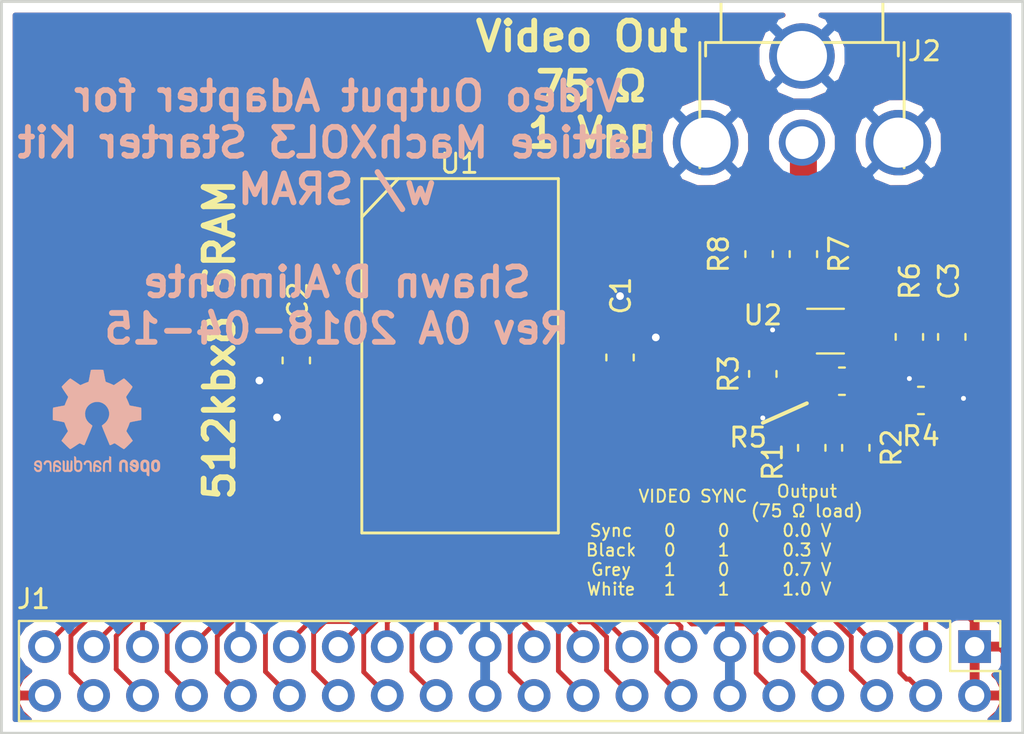
<source format=kicad_pcb>
(kicad_pcb (version 20171130) (host pcbnew "(5.0.0-rc2-dev-321-g78161b592)")

  (general
    (thickness 1.6)
    (drawings 28)
    (tracks 346)
    (zones 0)
    (modules 16)
    (nets 40)
  )

  (page A4)
  (layers
    (0 F.Cu signal hide)
    (31 B.Cu signal hide)
    (32 B.Adhes user hide)
    (33 F.Adhes user hide)
    (34 B.Paste user hide)
    (35 F.Paste user hide)
    (36 B.SilkS user hide)
    (37 F.SilkS user)
    (38 B.Mask user hide)
    (39 F.Mask user)
    (40 Dwgs.User user hide)
    (41 Cmts.User user hide)
    (42 Eco1.User user hide)
    (43 Eco2.User user hide)
    (44 Edge.Cuts user)
    (45 Margin user hide)
    (46 B.CrtYd user hide)
    (47 F.CrtYd user)
    (48 B.Fab user hide)
    (49 F.Fab user hide)
  )

  (setup
    (last_trace_width 0.1524)
    (user_trace_width 0.1524)
    (user_trace_width 0.2032)
    (user_trace_width 0.254)
    (user_trace_width 0.381)
    (user_trace_width 1.4)
    (trace_clearance 0.1524)
    (zone_clearance 0.508)
    (zone_45_only no)
    (trace_min 0.1524)
    (segment_width 0.2)
    (edge_width 0.15)
    (via_size 0.381)
    (via_drill 0.254)
    (via_min_size 0.381)
    (via_min_drill 0.254)
    (uvia_size 0.3)
    (uvia_drill 0.1)
    (uvias_allowed no)
    (uvia_min_size 0.2)
    (uvia_min_drill 0.1)
    (pcb_text_width 0.3)
    (pcb_text_size 1.5 1.5)
    (mod_edge_width 0.15)
    (mod_text_size 1 1)
    (mod_text_width 0.15)
    (pad_size 1.524 1.524)
    (pad_drill 0.762)
    (pad_to_mask_clearance 0.2)
    (aux_axis_origin 0 0)
    (visible_elements 7FFDFFFF)
    (pcbplotparams
      (layerselection 0x010f0_ffffffff)
      (usegerberextensions false)
      (usegerberattributes false)
      (usegerberadvancedattributes false)
      (creategerberjobfile false)
      (excludeedgelayer true)
      (linewidth 0.100000)
      (plotframeref false)
      (viasonmask false)
      (mode 1)
      (useauxorigin false)
      (hpglpennumber 1)
      (hpglpenspeed 20)
      (hpglpendiameter 15)
      (psnegative false)
      (psa4output false)
      (plotreference true)
      (plotvalue true)
      (plotinvisibletext false)
      (padsonsilk false)
      (subtractmaskfromsilk false)
      (outputformat 1)
      (mirror false)
      (drillshape 0)
      (scaleselection 1)
      (outputdirectory Output/))
  )

  (net 0 "")
  (net 1 VDD)
  (net 2 GND)
  (net 3 /SRAM_A0)
  (net 4 /SRAM_A1)
  (net 5 /SRAM_A2)
  (net 6 /SRAM_A3)
  (net 7 /SRAM_A4)
  (net 8 /SRAM_~CE)
  (net 9 /SRAM_D0)
  (net 10 /SRAM_D1)
  (net 11 /SRAM_D2)
  (net 12 /SRAM_D3)
  (net 13 /SRAM_~WE)
  (net 14 /SRAM_A5)
  (net 15 /SRAM_A6)
  (net 16 /SRAM_A7)
  (net 17 /SRAM_A8)
  (net 18 /SRAM_A9)
  (net 19 /SRAM_A10)
  (net 20 /SRAM_A11)
  (net 21 /SRAM_A12)
  (net 22 /SRAM_A13)
  (net 23 /SRAM_A14)
  (net 24 /SRAM_D4)
  (net 25 /SRAM_D5)
  (net 26 /SRAM_D6)
  (net 27 /SRAM_D7)
  (net 28 /SRAM_~OE)
  (net 29 /SRAM_A15)
  (net 30 /SRAM_A16)
  (net 31 /SRAM_A17)
  (net 32 /SRAM_A18)
  (net 33 /SYNC)
  (net 34 /VIDEO)
  (net 35 "Net-(J2-Pad1)")
  (net 36 "Net-(R1-Pad1)")
  (net 37 "Net-(R4-Pad2)")
  (net 38 "Net-(R5-Pad1)")
  (net 39 "Net-(R6-Pad1)")

  (net_class Default "This is the default net class."
    (clearance 0.1524)
    (trace_width 0.1524)
    (via_dia 0.381)
    (via_drill 0.254)
    (uvia_dia 0.3)
    (uvia_drill 0.1)
    (add_net /SRAM_A0)
    (add_net /SRAM_A1)
    (add_net /SRAM_A10)
    (add_net /SRAM_A11)
    (add_net /SRAM_A12)
    (add_net /SRAM_A13)
    (add_net /SRAM_A14)
    (add_net /SRAM_A15)
    (add_net /SRAM_A16)
    (add_net /SRAM_A17)
    (add_net /SRAM_A18)
    (add_net /SRAM_A2)
    (add_net /SRAM_A3)
    (add_net /SRAM_A4)
    (add_net /SRAM_A5)
    (add_net /SRAM_A6)
    (add_net /SRAM_A7)
    (add_net /SRAM_A8)
    (add_net /SRAM_A9)
    (add_net /SRAM_D0)
    (add_net /SRAM_D1)
    (add_net /SRAM_D2)
    (add_net /SRAM_D3)
    (add_net /SRAM_D4)
    (add_net /SRAM_D5)
    (add_net /SRAM_D6)
    (add_net /SRAM_D7)
    (add_net /SRAM_~CE)
    (add_net /SRAM_~OE)
    (add_net /SRAM_~WE)
    (add_net /SYNC)
    (add_net /VIDEO)
    (add_net GND)
    (add_net "Net-(J2-Pad1)")
    (add_net "Net-(R1-Pad1)")
    (add_net "Net-(R4-Pad2)")
    (add_net "Net-(R5-Pad1)")
    (add_net "Net-(R6-Pad1)")
    (add_net VDD)
  )

  (module footprints:RCJ-014 (layer F.Cu) (tedit 5AD3A9E8) (tstamp 5AEAC787)
    (at 129.54 57.332)
    (path /5ADA9204)
    (fp_text reference J2 (at 6.35 -4.754) (layer F.SilkS)
      (effects (font (size 1 1) (thickness 0.15)))
    )
    (fp_text value "RCJ-014 " (at 0 2.5) (layer F.Fab)
      (effects (font (size 1 1) (thickness 0.15)))
    )
    (fp_line (start -5.3 -5.2) (end -5.3 1.3) (layer F.SilkS) (width 0.15))
    (fp_line (start 5.3 -5.2) (end 5.3 1.3) (layer F.SilkS) (width 0.15))
    (fp_line (start 4.2 -12.5) (end 4.2 -5.2) (layer F.SilkS) (width 0.15))
    (fp_line (start -4.2 -12.5) (end 4.2 -12.5) (layer F.SilkS) (width 0.15))
    (fp_line (start -4.2 -5.2) (end -4.2 -12.5) (layer F.SilkS) (width 0.15))
    (fp_line (start -5 -5.2) (end -5 -4.5) (layer F.SilkS) (width 0.15))
    (fp_line (start 5 -5.2) (end -5 -5.2) (layer F.SilkS) (width 0.15))
    (fp_line (start 5 -4.5) (end 5 -5.2) (layer F.SilkS) (width 0.15))
    (pad 1 thru_hole circle (at 0 0) (size 2.4 2.4) (drill 1.7) (layers *.Cu *.Mask)
      (net 35 "Net-(J2-Pad1)"))
    (pad 2 thru_hole circle (at 0 -4.5) (size 3.4 3.4) (drill 2.6) (layers *.Cu *.Mask)
      (net 2 GND))
    (pad 2 thru_hole circle (at 5 0) (size 3.4 3.4) (drill 2.6) (layers *.Cu *.Mask)
      (net 2 GND))
    (pad 2 thru_hole circle (at -5 0) (size 3.4 3.4) (drill 2.6) (layers *.Cu *.Mask)
      (net 2 GND))
  )

  (module Capacitor_SMD:C_0805_2012Metric_Pad1.15x1.50mm_HandSolder (layer F.Cu) (tedit 59FE48B8) (tstamp 5ACC126B)
    (at 103.3 68.6425 270)
    (descr "Capacitor SMD 0805 (2012 Metric), square (rectangular) end terminal, IPC_7351 nominal with elongated pad for handsoldering. (Body size source: http://www.tortai-tech.com/upload/download/2011102023233369053.pdf), generated with kicad-footprint-generator")
    (tags "capacitor handsolder")
    (path /5AC4E90E)
    (attr smd)
    (fp_text reference C2 (at -3.1105 -0.078 270) (layer F.SilkS)
      (effects (font (size 1 1) (thickness 0.15)))
    )
    (fp_text value 100n (at 0 1.85 270) (layer F.Fab)
      (effects (font (size 1 1) (thickness 0.15)))
    )
    (fp_line (start -1 0.6) (end -1 -0.6) (layer F.Fab) (width 0.1))
    (fp_line (start -1 -0.6) (end 1 -0.6) (layer F.Fab) (width 0.1))
    (fp_line (start 1 -0.6) (end 1 0.6) (layer F.Fab) (width 0.1))
    (fp_line (start 1 0.6) (end -1 0.6) (layer F.Fab) (width 0.1))
    (fp_line (start -0.15 -0.71) (end 0.15 -0.71) (layer F.SilkS) (width 0.12))
    (fp_line (start -0.15 0.71) (end 0.15 0.71) (layer F.SilkS) (width 0.12))
    (fp_line (start -1.86 1) (end -1.86 -1) (layer F.CrtYd) (width 0.05))
    (fp_line (start -1.86 -1) (end 1.86 -1) (layer F.CrtYd) (width 0.05))
    (fp_line (start 1.86 -1) (end 1.86 1) (layer F.CrtYd) (width 0.05))
    (fp_line (start 1.86 1) (end -1.86 1) (layer F.CrtYd) (width 0.05))
    (fp_text user %R (at 0 0 270) (layer F.Fab)
      (effects (font (size 0.5 0.5) (thickness 0.08)))
    )
    (pad 1 smd rect (at -1.0425 0 270) (size 1.145 1.5) (layers F.Cu F.Paste F.Mask)
      (net 1 VDD))
    (pad 2 smd rect (at 1.0425 0 270) (size 1.145 1.5) (layers F.Cu F.Paste F.Mask)
      (net 2 GND))
    (model ${KISYS3DMOD}/Capacitor_SMD.3dshapes/C_0805_2012Metric.wrl
      (at (xyz 0 0 0))
      (scale (xyz 1 1 1))
      (rotate (xyz 0 0 0))
    )
  )

  (module "Package_SO:TSOP 44 18.8x10.1x0.8" (layer F.Cu) (tedit 5AD2A7F4) (tstamp 5ADE8ACA)
    (at 111.8 68.4 270)
    (path /5AC6F0AE)
    (fp_text reference U1 (at -9.98 0.04) (layer F.SilkS)
      (effects (font (size 1 1) (thickness 0.15)))
    )
    (fp_text value CY7C1049GN30-xxZSXI (at -0.88 -7.84 270) (layer F.Fab)
      (effects (font (size 1 1) (thickness 0.15)))
    )
    (fp_line (start -9.2 5.1) (end 9.2 5.1) (layer F.SilkS) (width 0.15))
    (fp_line (start 9.2 5.1) (end 9.2 -5.1) (layer F.SilkS) (width 0.15))
    (fp_line (start 9.2 -5.1) (end -9.2 -5.1) (layer F.SilkS) (width 0.15))
    (fp_line (start -9.2 -5.1) (end -9.2 5.1) (layer F.SilkS) (width 0.15))
    (fp_line (start -9.2 3.2) (end -7.2 5.1) (layer F.SilkS) (width 0.15))
    (pad 1 smd rect (at -8.4 5.7 270) (size 0.4 0.7) (layers F.Cu F.Paste F.Mask))
    (pad 2 smd rect (at -7.6 5.7 270) (size 0.4 0.7) (layers F.Cu F.Paste F.Mask))
    (pad 3 smd rect (at -6.8 5.7 270) (size 0.4 0.7) (layers F.Cu F.Paste F.Mask)
      (net 3 /SRAM_A0))
    (pad 4 smd rect (at -6 5.7 270) (size 0.4 0.7) (layers F.Cu F.Paste F.Mask)
      (net 4 /SRAM_A1))
    (pad 5 smd rect (at -5.2 5.7 270) (size 0.4 0.7) (layers F.Cu F.Paste F.Mask)
      (net 5 /SRAM_A2))
    (pad 6 smd rect (at -4.4 5.7 270) (size 0.4 0.7) (layers F.Cu F.Paste F.Mask)
      (net 6 /SRAM_A3))
    (pad 7 smd rect (at -3.6 5.7 270) (size 0.4 0.7) (layers F.Cu F.Paste F.Mask)
      (net 7 /SRAM_A4))
    (pad 8 smd rect (at -2.8 5.7 270) (size 0.4 0.7) (layers F.Cu F.Paste F.Mask)
      (net 8 /SRAM_~CE))
    (pad 9 smd rect (at -2 5.7 270) (size 0.4 0.7) (layers F.Cu F.Paste F.Mask)
      (net 9 /SRAM_D0))
    (pad 10 smd rect (at -1.2 5.7 270) (size 0.4 0.7) (layers F.Cu F.Paste F.Mask)
      (net 10 /SRAM_D1))
    (pad 11 smd rect (at -0.4 5.7 270) (size 0.4 0.7) (layers F.Cu F.Paste F.Mask)
      (net 1 VDD))
    (pad 12 smd rect (at 0.4 5.7 270) (size 0.4 0.7) (layers F.Cu F.Paste F.Mask)
      (net 2 GND))
    (pad 13 smd rect (at 1.2 5.7 270) (size 0.4 0.7) (layers F.Cu F.Paste F.Mask)
      (net 11 /SRAM_D2))
    (pad 14 smd rect (at 2 5.7 270) (size 0.4 0.7) (layers F.Cu F.Paste F.Mask)
      (net 12 /SRAM_D3))
    (pad 15 smd rect (at 2.8 5.7 270) (size 0.4 0.7) (layers F.Cu F.Paste F.Mask)
      (net 13 /SRAM_~WE))
    (pad 16 smd rect (at 3.6 5.7 270) (size 0.4 0.7) (layers F.Cu F.Paste F.Mask)
      (net 14 /SRAM_A5))
    (pad 17 smd rect (at 4.4 5.7 270) (size 0.4 0.7) (layers F.Cu F.Paste F.Mask)
      (net 15 /SRAM_A6))
    (pad 18 smd rect (at 5.2 5.7 270) (size 0.4 0.7) (layers F.Cu F.Paste F.Mask)
      (net 16 /SRAM_A7))
    (pad 19 smd rect (at 6 5.7 270) (size 0.4 0.7) (layers F.Cu F.Paste F.Mask)
      (net 17 /SRAM_A8))
    (pad 20 smd rect (at 6.8 5.7 270) (size 0.4 0.7) (layers F.Cu F.Paste F.Mask)
      (net 18 /SRAM_A9))
    (pad 21 smd rect (at 7.6 5.7 270) (size 0.4 0.7) (layers F.Cu F.Paste F.Mask))
    (pad 22 smd rect (at 8.4 5.7 270) (size 0.4 0.7) (layers F.Cu F.Paste F.Mask))
    (pad 23 smd rect (at 8.4 -5.7 270) (size 0.4 0.7) (layers F.Cu F.Paste F.Mask))
    (pad 24 smd rect (at 7.6 -5.7 270) (size 0.4 0.7) (layers F.Cu F.Paste F.Mask))
    (pad 25 smd rect (at 6.8 -5.7 270) (size 0.4 0.7) (layers F.Cu F.Paste F.Mask))
    (pad 26 smd rect (at 6 -5.7 270) (size 0.4 0.7) (layers F.Cu F.Paste F.Mask)
      (net 19 /SRAM_A10))
    (pad 27 smd rect (at 5.2 -5.7 270) (size 0.4 0.7) (layers F.Cu F.Paste F.Mask)
      (net 20 /SRAM_A11))
    (pad 28 smd rect (at 4.4 -5.7 270) (size 0.4 0.7) (layers F.Cu F.Paste F.Mask)
      (net 21 /SRAM_A12))
    (pad 29 smd rect (at 3.6 -5.7 270) (size 0.4 0.7) (layers F.Cu F.Paste F.Mask)
      (net 22 /SRAM_A13))
    (pad 30 smd rect (at 2.8 -5.7 270) (size 0.4 0.7) (layers F.Cu F.Paste F.Mask)
      (net 23 /SRAM_A14))
    (pad 31 smd rect (at 2 -5.7 270) (size 0.4 0.7) (layers F.Cu F.Paste F.Mask)
      (net 24 /SRAM_D4))
    (pad 32 smd rect (at 1.2 -5.7 270) (size 0.4 0.7) (layers F.Cu F.Paste F.Mask)
      (net 25 /SRAM_D5))
    (pad 33 smd rect (at 0.4 -5.7 270) (size 0.4 0.7) (layers F.Cu F.Paste F.Mask)
      (net 1 VDD))
    (pad 34 smd rect (at -0.4 -5.7 270) (size 0.4 0.7) (layers F.Cu F.Paste F.Mask)
      (net 2 GND))
    (pad 35 smd rect (at -1.2 -5.7 270) (size 0.4 0.7) (layers F.Cu F.Paste F.Mask)
      (net 26 /SRAM_D6))
    (pad 36 smd rect (at -2 -5.7 270) (size 0.4 0.7) (layers F.Cu F.Paste F.Mask)
      (net 27 /SRAM_D7))
    (pad 37 smd rect (at -2.8 -5.7 270) (size 0.4 0.7) (layers F.Cu F.Paste F.Mask)
      (net 28 /SRAM_~OE))
    (pad 38 smd rect (at -3.6 -5.7 270) (size 0.4 0.7) (layers F.Cu F.Paste F.Mask)
      (net 29 /SRAM_A15))
    (pad 39 smd rect (at -4.4 -5.7 270) (size 0.4 0.7) (layers F.Cu F.Paste F.Mask)
      (net 30 /SRAM_A16))
    (pad 40 smd rect (at -5.2 -5.7 270) (size 0.4 0.7) (layers F.Cu F.Paste F.Mask)
      (net 31 /SRAM_A17))
    (pad 41 smd rect (at -6 -5.7 270) (size 0.4 0.7) (layers F.Cu F.Paste F.Mask)
      (net 32 /SRAM_A18))
    (pad 42 smd rect (at -6.8 -5.7 270) (size 0.4 0.7) (layers F.Cu F.Paste F.Mask))
    (pad 43 smd rect (at -7.6 -5.7 270) (size 0.4 0.7) (layers F.Cu F.Paste F.Mask))
    (pad 44 smd rect (at -8.4 -5.7 270) (size 0.4 0.7) (layers F.Cu F.Paste F.Mask))
  )

  (module Resistor_SMD:R_0805_2012Metric_Pad1.15x1.50mm_HandSolder (layer F.Cu) (tedit 59FE48B8) (tstamp 5AEAD0E1)
    (at 130.048 73.1785 270)
    (descr "Resistor SMD 0805 (2012 Metric), square (rectangular) end terminal, IPC_7351 nominal with elongated pad for handsoldering. (Body size source: http://www.tortai-tech.com/upload/download/2011102023233369053.pdf), generated with kicad-footprint-generator")
    (tags "resistor handsolder")
    (path /5AD5F529)
    (attr smd)
    (fp_text reference R1 (at 0.7355 2.032 270) (layer F.SilkS)
      (effects (font (size 1 1) (thickness 0.15)))
    )
    (fp_text value 4k7 (at 0 1.85 270) (layer F.Fab)
      (effects (font (size 1 1) (thickness 0.15)))
    )
    (fp_line (start -1 0.6) (end -1 -0.6) (layer F.Fab) (width 0.1))
    (fp_line (start -1 -0.6) (end 1 -0.6) (layer F.Fab) (width 0.1))
    (fp_line (start 1 -0.6) (end 1 0.6) (layer F.Fab) (width 0.1))
    (fp_line (start 1 0.6) (end -1 0.6) (layer F.Fab) (width 0.1))
    (fp_line (start -0.15 -0.71) (end 0.15 -0.71) (layer F.SilkS) (width 0.12))
    (fp_line (start -0.15 0.71) (end 0.15 0.71) (layer F.SilkS) (width 0.12))
    (fp_line (start -1.86 1) (end -1.86 -1) (layer F.CrtYd) (width 0.05))
    (fp_line (start -1.86 -1) (end 1.86 -1) (layer F.CrtYd) (width 0.05))
    (fp_line (start 1.86 -1) (end 1.86 1) (layer F.CrtYd) (width 0.05))
    (fp_line (start 1.86 1) (end -1.86 1) (layer F.CrtYd) (width 0.05))
    (fp_text user %R (at 0 0 270) (layer F.Fab)
      (effects (font (size 0.5 0.5) (thickness 0.08)))
    )
    (pad 1 smd rect (at -1.0425 0 270) (size 1.145 1.5) (layers F.Cu F.Paste F.Mask)
      (net 36 "Net-(R1-Pad1)"))
    (pad 2 smd rect (at 1.0425 0 270) (size 1.145 1.5) (layers F.Cu F.Paste F.Mask)
      (net 34 /VIDEO))
    (model ${KISYS3DMOD}/Resistor_SMD.3dshapes/R_0805_2012Metric.wrl
      (at (xyz 0 0 0))
      (scale (xyz 1 1 1))
      (rotate (xyz 0 0 0))
    )
  )

  (module Resistor_SMD:R_0805_2012Metric_Pad1.15x1.50mm_HandSolder (layer F.Cu) (tedit 59FE48B8) (tstamp 5AD27029)
    (at 132.334 73.1785 270)
    (descr "Resistor SMD 0805 (2012 Metric), square (rectangular) end terminal, IPC_7351 nominal with elongated pad for handsoldering. (Body size source: http://www.tortai-tech.com/upload/download/2011102023233369053.pdf), generated with kicad-footprint-generator")
    (tags "resistor handsolder")
    (path /5AD6A04A)
    (attr smd)
    (fp_text reference R2 (at 0 -1.85 270) (layer F.SilkS)
      (effects (font (size 1 1) (thickness 0.15)))
    )
    (fp_text value 12k (at 0 1.85 270) (layer F.Fab)
      (effects (font (size 1 1) (thickness 0.15)))
    )
    (fp_text user %R (at 0 0 270) (layer F.Fab)
      (effects (font (size 0.5 0.5) (thickness 0.08)))
    )
    (fp_line (start 1.86 1) (end -1.86 1) (layer F.CrtYd) (width 0.05))
    (fp_line (start 1.86 -1) (end 1.86 1) (layer F.CrtYd) (width 0.05))
    (fp_line (start -1.86 -1) (end 1.86 -1) (layer F.CrtYd) (width 0.05))
    (fp_line (start -1.86 1) (end -1.86 -1) (layer F.CrtYd) (width 0.05))
    (fp_line (start -0.15 0.71) (end 0.15 0.71) (layer F.SilkS) (width 0.12))
    (fp_line (start -0.15 -0.71) (end 0.15 -0.71) (layer F.SilkS) (width 0.12))
    (fp_line (start 1 0.6) (end -1 0.6) (layer F.Fab) (width 0.1))
    (fp_line (start 1 -0.6) (end 1 0.6) (layer F.Fab) (width 0.1))
    (fp_line (start -1 -0.6) (end 1 -0.6) (layer F.Fab) (width 0.1))
    (fp_line (start -1 0.6) (end -1 -0.6) (layer F.Fab) (width 0.1))
    (pad 2 smd rect (at 1.0425 0 270) (size 1.145 1.5) (layers F.Cu F.Paste F.Mask)
      (net 33 /SYNC))
    (pad 1 smd rect (at -1.0425 0 270) (size 1.145 1.5) (layers F.Cu F.Paste F.Mask)
      (net 36 "Net-(R1-Pad1)"))
    (model ${KISYS3DMOD}/Resistor_SMD.3dshapes/R_0805_2012Metric.wrl
      (at (xyz 0 0 0))
      (scale (xyz 1 1 1))
      (rotate (xyz 0 0 0))
    )
  )

  (module Capacitor_SMD:C_0805_2012Metric_Pad1.15x1.50mm_HandSolder (layer F.Cu) (tedit 59FE48B8) (tstamp 5ADDF17D)
    (at 135.114 67.42 270)
    (descr "Capacitor SMD 0805 (2012 Metric), square (rectangular) end terminal, IPC_7351 nominal with elongated pad for handsoldering. (Body size source: http://www.tortai-tech.com/upload/download/2011102023233369053.pdf), generated with kicad-footprint-generator")
    (tags "capacitor handsolder")
    (path /5AD4D97F)
    (attr smd)
    (fp_text reference C3 (at -2.904 -2.046 270) (layer F.SilkS)
      (effects (font (size 1 1) (thickness 0.15)))
    )
    (fp_text value 100n (at 0 1.85 270) (layer F.Fab)
      (effects (font (size 1 1) (thickness 0.15)))
    )
    (fp_line (start -1 0.6) (end -1 -0.6) (layer F.Fab) (width 0.1))
    (fp_line (start -1 -0.6) (end 1 -0.6) (layer F.Fab) (width 0.1))
    (fp_line (start 1 -0.6) (end 1 0.6) (layer F.Fab) (width 0.1))
    (fp_line (start 1 0.6) (end -1 0.6) (layer F.Fab) (width 0.1))
    (fp_line (start -0.15 -0.71) (end 0.15 -0.71) (layer F.SilkS) (width 0.12))
    (fp_line (start -0.15 0.71) (end 0.15 0.71) (layer F.SilkS) (width 0.12))
    (fp_line (start -1.86 1) (end -1.86 -1) (layer F.CrtYd) (width 0.05))
    (fp_line (start -1.86 -1) (end 1.86 -1) (layer F.CrtYd) (width 0.05))
    (fp_line (start 1.86 -1) (end 1.86 1) (layer F.CrtYd) (width 0.05))
    (fp_line (start 1.86 1) (end -1.86 1) (layer F.CrtYd) (width 0.05))
    (fp_text user %R (at 0 0 270) (layer F.Fab)
      (effects (font (size 0.5 0.5) (thickness 0.08)))
    )
    (pad 1 smd rect (at -1.0425 0 270) (size 1.145 1.5) (layers F.Cu F.Paste F.Mask)
      (net 1 VDD))
    (pad 2 smd rect (at 1.0425 0 270) (size 1.145 1.5) (layers F.Cu F.Paste F.Mask)
      (net 2 GND))
    (model ${KISYS3DMOD}/Capacitor_SMD.3dshapes/C_0805_2012Metric.wrl
      (at (xyz 0 0 0))
      (scale (xyz 1 1 1))
      (rotate (xyz 0 0 0))
    )
  )

  (module Capacitor_SMD:C_0805_2012Metric_Pad1.15x1.50mm_HandSolder (layer F.Cu) (tedit 59FE48B8) (tstamp 5ACC129B)
    (at 120.1 68.4875 90)
    (descr "Capacitor SMD 0805 (2012 Metric), square (rectangular) end terminal, IPC_7351 nominal with elongated pad for handsoldering. (Body size source: http://www.tortai-tech.com/upload/download/2011102023233369053.pdf), generated with kicad-footprint-generator")
    (tags "capacitor handsolder")
    (path /5AC43C18)
    (attr smd)
    (fp_text reference C1 (at 3.2095 0.042 90) (layer F.SilkS)
      (effects (font (size 1 1) (thickness 0.15)))
    )
    (fp_text value 100n (at 0 1.85 90) (layer F.Fab)
      (effects (font (size 1 1) (thickness 0.15)))
    )
    (fp_line (start -1 0.6) (end -1 -0.6) (layer F.Fab) (width 0.1))
    (fp_line (start -1 -0.6) (end 1 -0.6) (layer F.Fab) (width 0.1))
    (fp_line (start 1 -0.6) (end 1 0.6) (layer F.Fab) (width 0.1))
    (fp_line (start 1 0.6) (end -1 0.6) (layer F.Fab) (width 0.1))
    (fp_line (start -0.15 -0.71) (end 0.15 -0.71) (layer F.SilkS) (width 0.12))
    (fp_line (start -0.15 0.71) (end 0.15 0.71) (layer F.SilkS) (width 0.12))
    (fp_line (start -1.86 1) (end -1.86 -1) (layer F.CrtYd) (width 0.05))
    (fp_line (start -1.86 -1) (end 1.86 -1) (layer F.CrtYd) (width 0.05))
    (fp_line (start 1.86 -1) (end 1.86 1) (layer F.CrtYd) (width 0.05))
    (fp_line (start 1.86 1) (end -1.86 1) (layer F.CrtYd) (width 0.05))
    (fp_text user %R (at 0 0 90) (layer F.Fab)
      (effects (font (size 0.5 0.5) (thickness 0.08)))
    )
    (pad 1 smd rect (at -1.0425 0 90) (size 1.145 1.5) (layers F.Cu F.Paste F.Mask)
      (net 1 VDD))
    (pad 2 smd rect (at 1.0425 0 90) (size 1.145 1.5) (layers F.Cu F.Paste F.Mask)
      (net 2 GND))
    (model ${KISYS3DMOD}/Capacitor_SMD.3dshapes/C_0805_2012Metric.wrl
      (at (xyz 0 0 0))
      (scale (xyz 1 1 1))
      (rotate (xyz 0 0 0))
    )
  )

  (module Connector_PinHeader_2.54mm:PinHeader_2x20_P2.54mm_Vertical (layer F.Cu) (tedit 59FED5CC) (tstamp 5ADDF2DA)
    (at 138.5 83.5 270)
    (descr "Through hole straight pin header, 2x20, 2.54mm pitch, double rows")
    (tags "Through hole pin header THT 2x20 2.54mm double row")
    (path /5AC79C40)
    (fp_text reference J1 (at -2.474 48.838) (layer F.SilkS)
      (effects (font (size 1 1) (thickness 0.15)))
    )
    (fp_text value Conn_01x40 (at 1.27 50.59 270) (layer F.Fab)
      (effects (font (size 1 1) (thickness 0.15)))
    )
    (fp_line (start 0 -1.27) (end 3.81 -1.27) (layer F.Fab) (width 0.1))
    (fp_line (start 3.81 -1.27) (end 3.81 49.53) (layer F.Fab) (width 0.1))
    (fp_line (start 3.81 49.53) (end -1.27 49.53) (layer F.Fab) (width 0.1))
    (fp_line (start -1.27 49.53) (end -1.27 0) (layer F.Fab) (width 0.1))
    (fp_line (start -1.27 0) (end 0 -1.27) (layer F.Fab) (width 0.1))
    (fp_line (start -1.33 49.59) (end 3.87 49.59) (layer F.SilkS) (width 0.12))
    (fp_line (start -1.33 1.27) (end -1.33 49.59) (layer F.SilkS) (width 0.12))
    (fp_line (start 3.87 -1.33) (end 3.87 49.59) (layer F.SilkS) (width 0.12))
    (fp_line (start -1.33 1.27) (end 1.27 1.27) (layer F.SilkS) (width 0.12))
    (fp_line (start 1.27 1.27) (end 1.27 -1.33) (layer F.SilkS) (width 0.12))
    (fp_line (start 1.27 -1.33) (end 3.87 -1.33) (layer F.SilkS) (width 0.12))
    (fp_line (start -1.33 0) (end -1.33 -1.33) (layer F.SilkS) (width 0.12))
    (fp_line (start -1.33 -1.33) (end 0 -1.33) (layer F.SilkS) (width 0.12))
    (fp_line (start -1.8 -1.8) (end -1.8 50.05) (layer F.CrtYd) (width 0.05))
    (fp_line (start -1.8 50.05) (end 4.35 50.05) (layer F.CrtYd) (width 0.05))
    (fp_line (start 4.35 50.05) (end 4.35 -1.8) (layer F.CrtYd) (width 0.05))
    (fp_line (start 4.35 -1.8) (end -1.8 -1.8) (layer F.CrtYd) (width 0.05))
    (fp_text user %R (at 1.27 24.13) (layer F.Fab)
      (effects (font (size 1 1) (thickness 0.15)))
    )
    (pad 1 thru_hole rect (at 0 0 270) (size 1.7 1.7) (drill 1) (layers *.Cu *.Mask)
      (net 1 VDD))
    (pad 2 thru_hole oval (at 2.54 0 270) (size 1.7 1.7) (drill 1) (layers *.Cu *.Mask)
      (net 1 VDD))
    (pad 3 thru_hole oval (at 0 2.54 270) (size 1.7 1.7) (drill 1) (layers *.Cu *.Mask)
      (net 33 /SYNC))
    (pad 4 thru_hole oval (at 2.54 2.54 270) (size 1.7 1.7) (drill 1) (layers *.Cu *.Mask)
      (net 34 /VIDEO))
    (pad 5 thru_hole oval (at 0 5.08 270) (size 1.7 1.7) (drill 1) (layers *.Cu *.Mask)
      (net 21 /SRAM_A12))
    (pad 6 thru_hole oval (at 2.54 5.08 270) (size 1.7 1.7) (drill 1) (layers *.Cu *.Mask)
      (net 20 /SRAM_A11))
    (pad 7 thru_hole oval (at 0 7.62 270) (size 1.7 1.7) (drill 1) (layers *.Cu *.Mask)
      (net 19 /SRAM_A10))
    (pad 8 thru_hole oval (at 2.54 7.62 270) (size 1.7 1.7) (drill 1) (layers *.Cu *.Mask)
      (net 22 /SRAM_A13))
    (pad 9 thru_hole oval (at 0 10.16 270) (size 1.7 1.7) (drill 1) (layers *.Cu *.Mask)
      (net 23 /SRAM_A14))
    (pad 10 thru_hole oval (at 2.54 10.16 270) (size 1.7 1.7) (drill 1) (layers *.Cu *.Mask)
      (net 24 /SRAM_D4))
    (pad 11 thru_hole oval (at 0 12.7 270) (size 1.7 1.7) (drill 1) (layers *.Cu *.Mask)
      (net 2 GND))
    (pad 12 thru_hole oval (at 2.54 12.7 270) (size 1.7 1.7) (drill 1) (layers *.Cu *.Mask)
      (net 2 GND))
    (pad 13 thru_hole oval (at 0 15.24 270) (size 1.7 1.7) (drill 1) (layers *.Cu *.Mask)
      (net 25 /SRAM_D5))
    (pad 14 thru_hole oval (at 2.54 15.24 270) (size 1.7 1.7) (drill 1) (layers *.Cu *.Mask)
      (net 26 /SRAM_D6))
    (pad 15 thru_hole oval (at 0 17.78 270) (size 1.7 1.7) (drill 1) (layers *.Cu *.Mask)
      (net 27 /SRAM_D7))
    (pad 16 thru_hole oval (at 2.54 17.78 270) (size 1.7 1.7) (drill 1) (layers *.Cu *.Mask)
      (net 28 /SRAM_~OE))
    (pad 17 thru_hole oval (at 0 20.32 270) (size 1.7 1.7) (drill 1) (layers *.Cu *.Mask)
      (net 29 /SRAM_A15))
    (pad 18 thru_hole oval (at 2.54 20.32 270) (size 1.7 1.7) (drill 1) (layers *.Cu *.Mask)
      (net 30 /SRAM_A16))
    (pad 19 thru_hole oval (at 0 22.86 270) (size 1.7 1.7) (drill 1) (layers *.Cu *.Mask)
      (net 31 /SRAM_A17))
    (pad 20 thru_hole oval (at 2.54 22.86 270) (size 1.7 1.7) (drill 1) (layers *.Cu *.Mask)
      (net 32 /SRAM_A18))
    (pad 21 thru_hole oval (at 0 25.4 270) (size 1.7 1.7) (drill 1) (layers *.Cu *.Mask)
      (net 2 GND))
    (pad 22 thru_hole oval (at 2.54 25.4 270) (size 1.7 1.7) (drill 1) (layers *.Cu *.Mask)
      (net 2 GND))
    (pad 23 thru_hole oval (at 0 27.94 270) (size 1.7 1.7) (drill 1) (layers *.Cu *.Mask)
      (net 3 /SRAM_A0))
    (pad 24 thru_hole oval (at 2.54 27.94 270) (size 1.7 1.7) (drill 1) (layers *.Cu *.Mask)
      (net 4 /SRAM_A1))
    (pad 25 thru_hole oval (at 0 30.48 270) (size 1.7 1.7) (drill 1) (layers *.Cu *.Mask)
      (net 5 /SRAM_A2))
    (pad 26 thru_hole oval (at 2.54 30.48 270) (size 1.7 1.7) (drill 1) (layers *.Cu *.Mask)
      (net 6 /SRAM_A3))
    (pad 27 thru_hole oval (at 0 33.02 270) (size 1.7 1.7) (drill 1) (layers *.Cu *.Mask)
      (net 7 /SRAM_A4))
    (pad 28 thru_hole oval (at 2.54 33.02 270) (size 1.7 1.7) (drill 1) (layers *.Cu *.Mask)
      (net 8 /SRAM_~CE))
    (pad 29 thru_hole oval (at 0 35.56 270) (size 1.7 1.7) (drill 1) (layers *.Cu *.Mask)
      (net 9 /SRAM_D0))
    (pad 30 thru_hole oval (at 2.54 35.56 270) (size 1.7 1.7) (drill 1) (layers *.Cu *.Mask)
      (net 10 /SRAM_D1))
    (pad 31 thru_hole oval (at 0 38.1 270) (size 1.7 1.7) (drill 1) (layers *.Cu *.Mask)
      (net 2 GND))
    (pad 32 thru_hole oval (at 2.54 38.1 270) (size 1.7 1.7) (drill 1) (layers *.Cu *.Mask)
      (net 11 /SRAM_D2))
    (pad 33 thru_hole oval (at 0 40.64 270) (size 1.7 1.7) (drill 1) (layers *.Cu *.Mask)
      (net 12 /SRAM_D3))
    (pad 34 thru_hole oval (at 2.54 40.64 270) (size 1.7 1.7) (drill 1) (layers *.Cu *.Mask)
      (net 18 /SRAM_A9))
    (pad 35 thru_hole oval (at 0 43.18 270) (size 1.7 1.7) (drill 1) (layers *.Cu *.Mask)
      (net 17 /SRAM_A8))
    (pad 36 thru_hole oval (at 2.54 43.18 270) (size 1.7 1.7) (drill 1) (layers *.Cu *.Mask)
      (net 16 /SRAM_A7))
    (pad 37 thru_hole oval (at 0 45.72 270) (size 1.7 1.7) (drill 1) (layers *.Cu *.Mask)
      (net 15 /SRAM_A6))
    (pad 38 thru_hole oval (at 2.54 45.72 270) (size 1.7 1.7) (drill 1) (layers *.Cu *.Mask)
      (net 14 /SRAM_A5))
    (pad 39 thru_hole oval (at 0 48.26 270) (size 1.7 1.7) (drill 1) (layers *.Cu *.Mask)
      (net 13 /SRAM_~WE))
    (pad 40 thru_hole oval (at 2.54 48.26 270) (size 1.7 1.7) (drill 1) (layers *.Cu *.Mask)
      (net 1 VDD))
    (model ${KISYS3DMOD}/Connector_PinHeader_2.54mm.3dshapes/PinHeader_2x20_P2.54mm_Vertical.wrl
      (at (xyz 0 0 0))
      (scale (xyz 1 1 1))
      (rotate (xyz 0 0 0))
    )
  )

  (module Resistor_SMD:R_0805_2012Metric_Pad1.15x1.50mm_HandSolder (layer F.Cu) (tedit 59FE48B8) (tstamp 5AEACBF0)
    (at 127.508 69.342 90)
    (descr "Resistor SMD 0805 (2012 Metric), square (rectangular) end terminal, IPC_7351 nominal with elongated pad for handsoldering. (Body size source: http://www.tortai-tech.com/upload/download/2011102023233369053.pdf), generated with kicad-footprint-generator")
    (tags "resistor handsolder")
    (path /5AD6A076)
    (attr smd)
    (fp_text reference R3 (at 0 -1.778 90) (layer F.SilkS)
      (effects (font (size 1 1) (thickness 0.15)))
    )
    (fp_text value 1k5 (at 0 1.85 90) (layer F.Fab)
      (effects (font (size 1 1) (thickness 0.15)))
    )
    (fp_text user %R (at 0 0 90) (layer F.Fab)
      (effects (font (size 0.5 0.5) (thickness 0.08)))
    )
    (fp_line (start 1.86 1) (end -1.86 1) (layer F.CrtYd) (width 0.05))
    (fp_line (start 1.86 -1) (end 1.86 1) (layer F.CrtYd) (width 0.05))
    (fp_line (start -1.86 -1) (end 1.86 -1) (layer F.CrtYd) (width 0.05))
    (fp_line (start -1.86 1) (end -1.86 -1) (layer F.CrtYd) (width 0.05))
    (fp_line (start -0.15 0.71) (end 0.15 0.71) (layer F.SilkS) (width 0.12))
    (fp_line (start -0.15 -0.71) (end 0.15 -0.71) (layer F.SilkS) (width 0.12))
    (fp_line (start 1 0.6) (end -1 0.6) (layer F.Fab) (width 0.1))
    (fp_line (start 1 -0.6) (end 1 0.6) (layer F.Fab) (width 0.1))
    (fp_line (start -1 -0.6) (end 1 -0.6) (layer F.Fab) (width 0.1))
    (fp_line (start -1 0.6) (end -1 -0.6) (layer F.Fab) (width 0.1))
    (pad 2 smd rect (at 1.0425 0 90) (size 1.145 1.5) (layers F.Cu F.Paste F.Mask)
      (net 36 "Net-(R1-Pad1)"))
    (pad 1 smd rect (at -1.0425 0 90) (size 1.145 1.5) (layers F.Cu F.Paste F.Mask)
      (net 2 GND))
    (model ${KISYS3DMOD}/Resistor_SMD.3dshapes/R_0805_2012Metric.wrl
      (at (xyz 0 0 0))
      (scale (xyz 1 1 1))
      (rotate (xyz 0 0 0))
    )
  )

  (module Resistor_SMD:R_0805_2012Metric_Pad1.15x1.50mm_HandSolder (layer F.Cu) (tedit 59FE48B8) (tstamp 5AEAC7E5)
    (at 135.714 70.72 180)
    (descr "Resistor SMD 0805 (2012 Metric), square (rectangular) end terminal, IPC_7351 nominal with elongated pad for handsoldering. (Body size source: http://www.tortai-tech.com/upload/download/2011102023233369053.pdf), generated with kicad-footprint-generator")
    (tags "resistor handsolder")
    (path /5AD6A11F)
    (attr smd)
    (fp_text reference R4 (at 0 -1.85 180) (layer F.SilkS)
      (effects (font (size 1 1) (thickness 0.15)))
    )
    (fp_text value 680 (at 0 1.85 180) (layer F.Fab)
      (effects (font (size 1 1) (thickness 0.15)))
    )
    (fp_text user %R (at 0 0 180) (layer F.Fab)
      (effects (font (size 0.5 0.5) (thickness 0.08)))
    )
    (fp_line (start 1.86 1) (end -1.86 1) (layer F.CrtYd) (width 0.05))
    (fp_line (start 1.86 -1) (end 1.86 1) (layer F.CrtYd) (width 0.05))
    (fp_line (start -1.86 -1) (end 1.86 -1) (layer F.CrtYd) (width 0.05))
    (fp_line (start -1.86 1) (end -1.86 -1) (layer F.CrtYd) (width 0.05))
    (fp_line (start -0.15 0.71) (end 0.15 0.71) (layer F.SilkS) (width 0.12))
    (fp_line (start -0.15 -0.71) (end 0.15 -0.71) (layer F.SilkS) (width 0.12))
    (fp_line (start 1 0.6) (end -1 0.6) (layer F.Fab) (width 0.1))
    (fp_line (start 1 -0.6) (end 1 0.6) (layer F.Fab) (width 0.1))
    (fp_line (start -1 -0.6) (end 1 -0.6) (layer F.Fab) (width 0.1))
    (fp_line (start -1 0.6) (end -1 -0.6) (layer F.Fab) (width 0.1))
    (pad 2 smd rect (at 1.0425 0 180) (size 1.145 1.5) (layers F.Cu F.Paste F.Mask)
      (net 37 "Net-(R4-Pad2)"))
    (pad 1 smd rect (at -1.0425 0 180) (size 1.145 1.5) (layers F.Cu F.Paste F.Mask)
      (net 2 GND))
    (model ${KISYS3DMOD}/Resistor_SMD.3dshapes/R_0805_2012Metric.wrl
      (at (xyz 0 0 0))
      (scale (xyz 1 1 1))
      (rotate (xyz 0 0 0))
    )
  )

  (module Resistor_SMD:R_0805_2012Metric_Pad1.15x1.50mm_HandSolder (layer F.Cu) (tedit 59FE48B8) (tstamp 5AEAC7B5)
    (at 131.614 69.72)
    (descr "Resistor SMD 0805 (2012 Metric), square (rectangular) end terminal, IPC_7351 nominal with elongated pad for handsoldering. (Body size source: http://www.tortai-tech.com/upload/download/2011102023233369053.pdf), generated with kicad-footprint-generator")
    (tags "resistor handsolder")
    (path /5AD6A0D3)
    (attr smd)
    (fp_text reference R5 (at -4.868 2.924) (layer F.SilkS)
      (effects (font (size 1 1) (thickness 0.15)))
    )
    (fp_text value 680 (at 0 1.85) (layer F.Fab)
      (effects (font (size 1 1) (thickness 0.15)))
    )
    (fp_line (start -1 0.6) (end -1 -0.6) (layer F.Fab) (width 0.1))
    (fp_line (start -1 -0.6) (end 1 -0.6) (layer F.Fab) (width 0.1))
    (fp_line (start 1 -0.6) (end 1 0.6) (layer F.Fab) (width 0.1))
    (fp_line (start 1 0.6) (end -1 0.6) (layer F.Fab) (width 0.1))
    (fp_line (start -0.15 -0.71) (end 0.15 -0.71) (layer F.SilkS) (width 0.12))
    (fp_line (start -0.15 0.71) (end 0.15 0.71) (layer F.SilkS) (width 0.12))
    (fp_line (start -1.86 1) (end -1.86 -1) (layer F.CrtYd) (width 0.05))
    (fp_line (start -1.86 -1) (end 1.86 -1) (layer F.CrtYd) (width 0.05))
    (fp_line (start 1.86 -1) (end 1.86 1) (layer F.CrtYd) (width 0.05))
    (fp_line (start 1.86 1) (end -1.86 1) (layer F.CrtYd) (width 0.05))
    (fp_text user %R (at 0 0) (layer F.Fab)
      (effects (font (size 0.5 0.5) (thickness 0.08)))
    )
    (pad 1 smd rect (at -1.0425 0) (size 1.145 1.5) (layers F.Cu F.Paste F.Mask)
      (net 38 "Net-(R5-Pad1)"))
    (pad 2 smd rect (at 1.0425 0) (size 1.145 1.5) (layers F.Cu F.Paste F.Mask)
      (net 37 "Net-(R4-Pad2)"))
    (model ${KISYS3DMOD}/Resistor_SMD.3dshapes/R_0805_2012Metric.wrl
      (at (xyz 0 0 0))
      (scale (xyz 1 1 1))
      (rotate (xyz 0 0 0))
    )
  )

  (module Resistor_SMD:R_0805_2012Metric_Pad1.15x1.50mm_HandSolder (layer F.Cu) (tedit 59FE48B8) (tstamp 5AEAC6E9)
    (at 137.314 67.42 90)
    (descr "Resistor SMD 0805 (2012 Metric), square (rectangular) end terminal, IPC_7351 nominal with elongated pad for handsoldering. (Body size source: http://www.tortai-tech.com/upload/download/2011102023233369053.pdf), generated with kicad-footprint-generator")
    (tags "resistor handsolder")
    (path /5AD50428)
    (attr smd)
    (fp_text reference R6 (at 2.904 -2.186 90) (layer F.SilkS)
      (effects (font (size 1 1) (thickness 0.15)))
    )
    (fp_text value 1k (at 0 1.85 90) (layer F.Fab)
      (effects (font (size 1 1) (thickness 0.15)))
    )
    (fp_line (start -1 0.6) (end -1 -0.6) (layer F.Fab) (width 0.1))
    (fp_line (start -1 -0.6) (end 1 -0.6) (layer F.Fab) (width 0.1))
    (fp_line (start 1 -0.6) (end 1 0.6) (layer F.Fab) (width 0.1))
    (fp_line (start 1 0.6) (end -1 0.6) (layer F.Fab) (width 0.1))
    (fp_line (start -0.15 -0.71) (end 0.15 -0.71) (layer F.SilkS) (width 0.12))
    (fp_line (start -0.15 0.71) (end 0.15 0.71) (layer F.SilkS) (width 0.12))
    (fp_line (start -1.86 1) (end -1.86 -1) (layer F.CrtYd) (width 0.05))
    (fp_line (start -1.86 -1) (end 1.86 -1) (layer F.CrtYd) (width 0.05))
    (fp_line (start 1.86 -1) (end 1.86 1) (layer F.CrtYd) (width 0.05))
    (fp_line (start 1.86 1) (end -1.86 1) (layer F.CrtYd) (width 0.05))
    (fp_text user %R (at 0 0 90) (layer F.Fab)
      (effects (font (size 0.5 0.5) (thickness 0.08)))
    )
    (pad 1 smd rect (at -1.0425 0 90) (size 1.145 1.5) (layers F.Cu F.Paste F.Mask)
      (net 39 "Net-(R6-Pad1)"))
    (pad 2 smd rect (at 1.0425 0 90) (size 1.145 1.5) (layers F.Cu F.Paste F.Mask)
      (net 1 VDD))
    (model ${KISYS3DMOD}/Resistor_SMD.3dshapes/R_0805_2012Metric.wrl
      (at (xyz 0 0 0))
      (scale (xyz 1 1 1))
      (rotate (xyz 0 0 0))
    )
  )

  (module Resistor_SMD:R_0805_2012Metric_Pad1.15x1.50mm_HandSolder (layer F.Cu) (tedit 59FE48B8) (tstamp 5AEAC758)
    (at 129.614 63.12 270)
    (descr "Resistor SMD 0805 (2012 Metric), square (rectangular) end terminal, IPC_7351 nominal with elongated pad for handsoldering. (Body size source: http://www.tortai-tech.com/upload/download/2011102023233369053.pdf), generated with kicad-footprint-generator")
    (tags "resistor handsolder")
    (path /5AD6F8FF)
    (attr smd)
    (fp_text reference R7 (at 0 -1.85 270) (layer F.SilkS)
      (effects (font (size 1 1) (thickness 0.15)))
    )
    (fp_text value NI (at 0 1.85 270) (layer F.Fab)
      (effects (font (size 1 1) (thickness 0.15)))
    )
    (fp_text user %R (at 0 0 270) (layer F.Fab)
      (effects (font (size 0.5 0.5) (thickness 0.08)))
    )
    (fp_line (start 1.86 1) (end -1.86 1) (layer F.CrtYd) (width 0.05))
    (fp_line (start 1.86 -1) (end 1.86 1) (layer F.CrtYd) (width 0.05))
    (fp_line (start -1.86 -1) (end 1.86 -1) (layer F.CrtYd) (width 0.05))
    (fp_line (start -1.86 1) (end -1.86 -1) (layer F.CrtYd) (width 0.05))
    (fp_line (start -0.15 0.71) (end 0.15 0.71) (layer F.SilkS) (width 0.12))
    (fp_line (start -0.15 -0.71) (end 0.15 -0.71) (layer F.SilkS) (width 0.12))
    (fp_line (start 1 0.6) (end -1 0.6) (layer F.Fab) (width 0.1))
    (fp_line (start 1 -0.6) (end 1 0.6) (layer F.Fab) (width 0.1))
    (fp_line (start -1 -0.6) (end 1 -0.6) (layer F.Fab) (width 0.1))
    (fp_line (start -1 0.6) (end -1 -0.6) (layer F.Fab) (width 0.1))
    (pad 2 smd rect (at 1.0425 0 270) (size 1.145 1.5) (layers F.Cu F.Paste F.Mask)
      (net 38 "Net-(R5-Pad1)"))
    (pad 1 smd rect (at -1.0425 0 270) (size 1.145 1.5) (layers F.Cu F.Paste F.Mask)
      (net 35 "Net-(J2-Pad1)"))
    (model ${KISYS3DMOD}/Resistor_SMD.3dshapes/R_0805_2012Metric.wrl
      (at (xyz 0 0 0))
      (scale (xyz 1 1 1))
      (rotate (xyz 0 0 0))
    )
  )

  (module Resistor_SMD:R_0805_2012Metric_Pad1.15x1.50mm_HandSolder (layer F.Cu) (tedit 59FE48B8) (tstamp 5AEACB9F)
    (at 127.314 63.12 270)
    (descr "Resistor SMD 0805 (2012 Metric), square (rectangular) end terminal, IPC_7351 nominal with elongated pad for handsoldering. (Body size source: http://www.tortai-tech.com/upload/download/2011102023233369053.pdf), generated with kicad-footprint-generator")
    (tags "resistor handsolder")
    (path /5AD6A16E)
    (attr smd)
    (fp_text reference R8 (at 0 2.092 270) (layer F.SilkS)
      (effects (font (size 1 1) (thickness 0.15)))
    )
    (fp_text value 75 (at 0 1.85 270) (layer F.Fab)
      (effects (font (size 1 1) (thickness 0.15)))
    )
    (fp_line (start -1 0.6) (end -1 -0.6) (layer F.Fab) (width 0.1))
    (fp_line (start -1 -0.6) (end 1 -0.6) (layer F.Fab) (width 0.1))
    (fp_line (start 1 -0.6) (end 1 0.6) (layer F.Fab) (width 0.1))
    (fp_line (start 1 0.6) (end -1 0.6) (layer F.Fab) (width 0.1))
    (fp_line (start -0.15 -0.71) (end 0.15 -0.71) (layer F.SilkS) (width 0.12))
    (fp_line (start -0.15 0.71) (end 0.15 0.71) (layer F.SilkS) (width 0.12))
    (fp_line (start -1.86 1) (end -1.86 -1) (layer F.CrtYd) (width 0.05))
    (fp_line (start -1.86 -1) (end 1.86 -1) (layer F.CrtYd) (width 0.05))
    (fp_line (start 1.86 -1) (end 1.86 1) (layer F.CrtYd) (width 0.05))
    (fp_line (start 1.86 1) (end -1.86 1) (layer F.CrtYd) (width 0.05))
    (fp_text user %R (at 0 0 270) (layer F.Fab)
      (effects (font (size 0.5 0.5) (thickness 0.08)))
    )
    (pad 1 smd rect (at -1.0425 0 270) (size 1.145 1.5) (layers F.Cu F.Paste F.Mask)
      (net 35 "Net-(J2-Pad1)"))
    (pad 2 smd rect (at 1.0425 0 270) (size 1.145 1.5) (layers F.Cu F.Paste F.Mask)
      (net 38 "Net-(R5-Pad1)"))
    (model ${KISYS3DMOD}/Resistor_SMD.3dshapes/R_0805_2012Metric.wrl
      (at (xyz 0 0 0))
      (scale (xyz 1 1 1))
      (rotate (xyz 0 0 0))
    )
  )

  (module Package_TO_SOT_SMD:SOT-363_SC-70-6_Handsoldering (layer F.Cu) (tedit 5A02FF57) (tstamp 5AEAC9FA)
    (at 131.014 67.12)
    (descr "SOT-363, SC-70-6, Handsoldering")
    (tags "SOT-363 SC-70-6 Handsoldering")
    (path /5AD4D792)
    (attr smd)
    (fp_text reference U2 (at -3.506 -0.826) (layer F.SilkS)
      (effects (font (size 1 1) (thickness 0.15)))
    )
    (fp_text value LMH6601 (at 0 2 180) (layer F.Fab)
      (effects (font (size 1 1) (thickness 0.15)))
    )
    (fp_text user %R (at 0 0 90) (layer F.Fab)
      (effects (font (size 0.5 0.5) (thickness 0.075)))
    )
    (fp_line (start -2.4 1.4) (end 2.4 1.4) (layer F.CrtYd) (width 0.05))
    (fp_line (start 0.7 -1.16) (end -1.2 -1.16) (layer F.SilkS) (width 0.12))
    (fp_line (start -0.7 1.16) (end 0.7 1.16) (layer F.SilkS) (width 0.12))
    (fp_line (start 2.4 1.4) (end 2.4 -1.4) (layer F.CrtYd) (width 0.05))
    (fp_line (start -2.4 -1.4) (end -2.4 1.4) (layer F.CrtYd) (width 0.05))
    (fp_line (start -2.4 -1.4) (end 2.4 -1.4) (layer F.CrtYd) (width 0.05))
    (fp_line (start 0.675 -1.1) (end -0.175 -1.1) (layer F.Fab) (width 0.1))
    (fp_line (start -0.675 -0.6) (end -0.675 1.1) (layer F.Fab) (width 0.1))
    (fp_line (start 0.675 -1.1) (end 0.675 1.1) (layer F.Fab) (width 0.1))
    (fp_line (start 0.675 1.1) (end -0.675 1.1) (layer F.Fab) (width 0.1))
    (fp_line (start -0.175 -1.1) (end -0.675 -0.6) (layer F.Fab) (width 0.1))
    (pad 1 smd rect (at -1.33 -0.65) (size 1.5 0.4) (layers F.Cu F.Paste F.Mask)
      (net 38 "Net-(R5-Pad1)"))
    (pad 2 smd rect (at -1.33 0) (size 1.5 0.4) (layers F.Cu F.Paste F.Mask)
      (net 2 GND))
    (pad 3 smd rect (at -1.33 0.65) (size 1.5 0.4) (layers F.Cu F.Paste F.Mask)
      (net 36 "Net-(R1-Pad1)"))
    (pad 4 smd rect (at 1.33 0.65) (size 1.5 0.4) (layers F.Cu F.Paste F.Mask)
      (net 37 "Net-(R4-Pad2)"))
    (pad 5 smd rect (at 1.33 0) (size 1.5 0.4) (layers F.Cu F.Paste F.Mask)
      (net 39 "Net-(R6-Pad1)"))
    (pad 6 smd rect (at 1.33 -0.65) (size 1.5 0.4) (layers F.Cu F.Paste F.Mask)
      (net 1 VDD))
    (model ${KISYS3DMOD}/Package_TO_SOT_SMD.3dshapes/SOT-363_SC-70-6.wrl
      (at (xyz 0 0 0))
      (scale (xyz 1 1 1))
      (rotate (xyz 0 0 0))
    )
  )

  (module Symbol:OSHW-Logo2_7.3x6mm_SilkScreen (layer B.Cu) (tedit 0) (tstamp 5AEAEDCF)
    (at 92.964 71.882 180)
    (descr "Open Source Hardware Symbol")
    (tags "Logo Symbol OSHW")
    (attr virtual)
    (fp_text reference REF** (at 0 0 180) (layer B.SilkS) hide
      (effects (font (size 1 1) (thickness 0.15)) (justify mirror))
    )
    (fp_text value OSHW-Logo2_7.3x6mm_SilkScreen (at 0.75 0 180) (layer B.Fab) hide
      (effects (font (size 1 1) (thickness 0.15)) (justify mirror))
    )
    (fp_poly (pts (xy 0.10391 2.757652) (xy 0.182454 2.757222) (xy 0.239298 2.756058) (xy 0.278105 2.753793)
      (xy 0.302538 2.75006) (xy 0.316262 2.744494) (xy 0.32294 2.736727) (xy 0.326236 2.726395)
      (xy 0.326556 2.725057) (xy 0.331562 2.700921) (xy 0.340829 2.653299) (xy 0.353392 2.587259)
      (xy 0.368287 2.507872) (xy 0.384551 2.420204) (xy 0.385119 2.417125) (xy 0.40141 2.331211)
      (xy 0.416652 2.255304) (xy 0.429861 2.193955) (xy 0.440054 2.151718) (xy 0.446248 2.133145)
      (xy 0.446543 2.132816) (xy 0.464788 2.123747) (xy 0.502405 2.108633) (xy 0.551271 2.090738)
      (xy 0.551543 2.090642) (xy 0.613093 2.067507) (xy 0.685657 2.038035) (xy 0.754057 2.008403)
      (xy 0.757294 2.006938) (xy 0.868702 1.956374) (xy 1.115399 2.12484) (xy 1.191077 2.176197)
      (xy 1.259631 2.222111) (xy 1.317088 2.25997) (xy 1.359476 2.287163) (xy 1.382825 2.301079)
      (xy 1.385042 2.302111) (xy 1.40201 2.297516) (xy 1.433701 2.275345) (xy 1.481352 2.234553)
      (xy 1.546198 2.174095) (xy 1.612397 2.109773) (xy 1.676214 2.046388) (xy 1.733329 1.988549)
      (xy 1.780305 1.939825) (xy 1.813703 1.90379) (xy 1.830085 1.884016) (xy 1.830694 1.882998)
      (xy 1.832505 1.869428) (xy 1.825683 1.847267) (xy 1.80854 1.813522) (xy 1.779393 1.7652)
      (xy 1.736555 1.699308) (xy 1.679448 1.614483) (xy 1.628766 1.539823) (xy 1.583461 1.47286)
      (xy 1.54615 1.417484) (xy 1.519452 1.37758) (xy 1.505985 1.357038) (xy 1.505137 1.355644)
      (xy 1.506781 1.335962) (xy 1.519245 1.297707) (xy 1.540048 1.248111) (xy 1.547462 1.232272)
      (xy 1.579814 1.16171) (xy 1.614328 1.081647) (xy 1.642365 1.012371) (xy 1.662568 0.960955)
      (xy 1.678615 0.921881) (xy 1.687888 0.901459) (xy 1.689041 0.899886) (xy 1.706096 0.897279)
      (xy 1.746298 0.890137) (xy 1.804302 0.879477) (xy 1.874763 0.866315) (xy 1.952335 0.851667)
      (xy 2.031672 0.836551) (xy 2.107431 0.821982) (xy 2.174264 0.808978) (xy 2.226828 0.798555)
      (xy 2.259776 0.79173) (xy 2.267857 0.789801) (xy 2.276205 0.785038) (xy 2.282506 0.774282)
      (xy 2.287045 0.753902) (xy 2.290104 0.720266) (xy 2.291967 0.669745) (xy 2.292918 0.598708)
      (xy 2.29324 0.503524) (xy 2.293257 0.464508) (xy 2.293257 0.147201) (xy 2.217057 0.132161)
      (xy 2.174663 0.124005) (xy 2.1114 0.112101) (xy 2.034962 0.097884) (xy 1.953043 0.08279)
      (xy 1.9304 0.078645) (xy 1.854806 0.063947) (xy 1.788953 0.049495) (xy 1.738366 0.036625)
      (xy 1.708574 0.026678) (xy 1.703612 0.023713) (xy 1.691426 0.002717) (xy 1.673953 -0.037967)
      (xy 1.654577 -0.090322) (xy 1.650734 -0.1016) (xy 1.625339 -0.171523) (xy 1.593817 -0.250418)
      (xy 1.562969 -0.321266) (xy 1.562817 -0.321595) (xy 1.511447 -0.432733) (xy 1.680399 -0.681253)
      (xy 1.849352 -0.929772) (xy 1.632429 -1.147058) (xy 1.566819 -1.211726) (xy 1.506979 -1.268733)
      (xy 1.456267 -1.315033) (xy 1.418046 -1.347584) (xy 1.395675 -1.363343) (xy 1.392466 -1.364343)
      (xy 1.373626 -1.356469) (xy 1.33518 -1.334578) (xy 1.28133 -1.301267) (xy 1.216276 -1.259131)
      (xy 1.14594 -1.211943) (xy 1.074555 -1.16381) (xy 1.010908 -1.121928) (xy 0.959041 -1.088871)
      (xy 0.922995 -1.067218) (xy 0.906867 -1.059543) (xy 0.887189 -1.066037) (xy 0.849875 -1.08315)
      (xy 0.802621 -1.107326) (xy 0.797612 -1.110013) (xy 0.733977 -1.141927) (xy 0.690341 -1.157579)
      (xy 0.663202 -1.157745) (xy 0.649057 -1.143204) (xy 0.648975 -1.143) (xy 0.641905 -1.125779)
      (xy 0.625042 -1.084899) (xy 0.599695 -1.023525) (xy 0.567171 -0.944819) (xy 0.528778 -0.851947)
      (xy 0.485822 -0.748072) (xy 0.444222 -0.647502) (xy 0.398504 -0.536516) (xy 0.356526 -0.433703)
      (xy 0.319548 -0.342215) (xy 0.288827 -0.265201) (xy 0.265622 -0.205815) (xy 0.25119 -0.167209)
      (xy 0.246743 -0.1528) (xy 0.257896 -0.136272) (xy 0.287069 -0.10993) (xy 0.325971 -0.080887)
      (xy 0.436757 0.010961) (xy 0.523351 0.116241) (xy 0.584716 0.232734) (xy 0.619815 0.358224)
      (xy 0.627608 0.490493) (xy 0.621943 0.551543) (xy 0.591078 0.678205) (xy 0.53792 0.790059)
      (xy 0.465767 0.885999) (xy 0.377917 0.964924) (xy 0.277665 1.02573) (xy 0.16831 1.067313)
      (xy 0.053147 1.088572) (xy -0.064525 1.088401) (xy -0.18141 1.065699) (xy -0.294211 1.019362)
      (xy -0.399631 0.948287) (xy -0.443632 0.908089) (xy -0.528021 0.804871) (xy -0.586778 0.692075)
      (xy -0.620296 0.57299) (xy -0.628965 0.450905) (xy -0.613177 0.329107) (xy -0.573322 0.210884)
      (xy -0.509793 0.099525) (xy -0.422979 -0.001684) (xy -0.325971 -0.080887) (xy -0.285563 -0.111162)
      (xy -0.257018 -0.137219) (xy -0.246743 -0.152825) (xy -0.252123 -0.169843) (xy -0.267425 -0.2105)
      (xy -0.291388 -0.271642) (xy -0.322756 -0.350119) (xy -0.360268 -0.44278) (xy -0.402667 -0.546472)
      (xy -0.444337 -0.647526) (xy -0.49031 -0.758607) (xy -0.532893 -0.861541) (xy -0.570779 -0.953165)
      (xy -0.60266 -1.030316) (xy -0.627229 -1.089831) (xy -0.64318 -1.128544) (xy -0.64909 -1.143)
      (xy -0.663052 -1.157685) (xy -0.69006 -1.157642) (xy -0.733587 -1.142099) (xy -0.79711 -1.110284)
      (xy -0.797612 -1.110013) (xy -0.84544 -1.085323) (xy -0.884103 -1.067338) (xy -0.905905 -1.059614)
      (xy -0.906867 -1.059543) (xy -0.923279 -1.067378) (xy -0.959513 -1.089165) (xy -1.011526 -1.122328)
      (xy -1.075275 -1.164291) (xy -1.14594 -1.211943) (xy -1.217884 -1.260191) (xy -1.282726 -1.302151)
      (xy -1.336265 -1.335227) (xy -1.374303 -1.356821) (xy -1.392467 -1.364343) (xy -1.409192 -1.354457)
      (xy -1.44282 -1.326826) (xy -1.48999 -1.284495) (xy -1.547342 -1.230505) (xy -1.611516 -1.167899)
      (xy -1.632503 -1.146983) (xy -1.849501 -0.929623) (xy -1.684332 -0.68722) (xy -1.634136 -0.612781)
      (xy -1.590081 -0.545972) (xy -1.554638 -0.490665) (xy -1.530281 -0.450729) (xy -1.519478 -0.430036)
      (xy -1.519162 -0.428563) (xy -1.524857 -0.409058) (xy -1.540174 -0.369822) (xy -1.562463 -0.31743)
      (xy -1.578107 -0.282355) (xy -1.607359 -0.215201) (xy -1.634906 -0.147358) (xy -1.656263 -0.090034)
      (xy -1.662065 -0.072572) (xy -1.678548 -0.025938) (xy -1.69466 0.010095) (xy -1.70351 0.023713)
      (xy -1.72304 0.032048) (xy -1.765666 0.043863) (xy -1.825855 0.057819) (xy -1.898078 0.072578)
      (xy -1.9304 0.078645) (xy -2.012478 0.093727) (xy -2.091205 0.108331) (xy -2.158891 0.12102)
      (xy -2.20784 0.130358) (xy -2.217057 0.132161) (xy -2.293257 0.147201) (xy -2.293257 0.464508)
      (xy -2.293086 0.568846) (xy -2.292384 0.647787) (xy -2.290866 0.704962) (xy -2.288251 0.744001)
      (xy -2.284254 0.768535) (xy -2.278591 0.782195) (xy -2.27098 0.788611) (xy -2.267857 0.789801)
      (xy -2.249022 0.79402) (xy -2.207412 0.802438) (xy -2.14837 0.814039) (xy -2.077243 0.827805)
      (xy -1.999375 0.84272) (xy -1.920113 0.857768) (xy -1.844802 0.871931) (xy -1.778787 0.884194)
      (xy -1.727413 0.893539) (xy -1.696025 0.89895) (xy -1.689041 0.899886) (xy -1.682715 0.912404)
      (xy -1.66871 0.945754) (xy -1.649645 0.993623) (xy -1.642366 1.012371) (xy -1.613004 1.084805)
      (xy -1.578429 1.16483) (xy -1.547463 1.232272) (xy -1.524677 1.283841) (xy -1.509518 1.326215)
      (xy -1.504458 1.352166) (xy -1.505264 1.355644) (xy -1.515959 1.372064) (xy -1.54038 1.408583)
      (xy -1.575905 1.461313) (xy -1.619913 1.526365) (xy -1.669783 1.599849) (xy -1.679644 1.614355)
      (xy -1.737508 1.700296) (xy -1.780044 1.765739) (xy -1.808946 1.813696) (xy -1.82591 1.84718)
      (xy -1.832633 1.869205) (xy -1.83081 1.882783) (xy -1.830764 1.882869) (xy -1.816414 1.900703)
      (xy -1.784677 1.935183) (xy -1.73899 1.982732) (xy -1.682796 2.039778) (xy -1.619532 2.102745)
      (xy -1.612398 2.109773) (xy -1.53267 2.18698) (xy -1.471143 2.24367) (xy -1.426579 2.28089)
      (xy -1.397743 2.299685) (xy -1.385042 2.302111) (xy -1.366506 2.291529) (xy -1.328039 2.267084)
      (xy -1.273614 2.231388) (xy -1.207202 2.187053) (xy -1.132775 2.136689) (xy -1.115399 2.12484)
      (xy -0.868703 1.956374) (xy -0.757294 2.006938) (xy -0.689543 2.036405) (xy -0.616817 2.066041)
      (xy -0.554297 2.08967) (xy -0.551543 2.090642) (xy -0.50264 2.108543) (xy -0.464943 2.12368)
      (xy -0.446575 2.13279) (xy -0.446544 2.132816) (xy -0.440715 2.149283) (xy -0.430808 2.189781)
      (xy -0.417805 2.249758) (xy -0.402691 2.32466) (xy -0.386448 2.409936) (xy -0.385119 2.417125)
      (xy -0.368825 2.504986) (xy -0.353867 2.58474) (xy -0.341209 2.651319) (xy -0.331814 2.699653)
      (xy -0.326646 2.724675) (xy -0.326556 2.725057) (xy -0.323411 2.735701) (xy -0.317296 2.743738)
      (xy -0.304547 2.749533) (xy -0.2815 2.753453) (xy -0.244491 2.755865) (xy -0.189856 2.757135)
      (xy -0.113933 2.757629) (xy -0.013056 2.757714) (xy 0 2.757714) (xy 0.10391 2.757652)) (layer B.SilkS) (width 0.01))
    (fp_poly (pts (xy 3.153595 -1.966966) (xy 3.211021 -2.004497) (xy 3.238719 -2.038096) (xy 3.260662 -2.099064)
      (xy 3.262405 -2.147308) (xy 3.258457 -2.211816) (xy 3.109686 -2.276934) (xy 3.037349 -2.310202)
      (xy 2.990084 -2.336964) (xy 2.965507 -2.360144) (xy 2.961237 -2.382667) (xy 2.974889 -2.407455)
      (xy 2.989943 -2.423886) (xy 3.033746 -2.450235) (xy 3.081389 -2.452081) (xy 3.125145 -2.431546)
      (xy 3.157289 -2.390752) (xy 3.163038 -2.376347) (xy 3.190576 -2.331356) (xy 3.222258 -2.312182)
      (xy 3.265714 -2.295779) (xy 3.265714 -2.357966) (xy 3.261872 -2.400283) (xy 3.246823 -2.435969)
      (xy 3.21528 -2.476943) (xy 3.210592 -2.482267) (xy 3.175506 -2.51872) (xy 3.145347 -2.538283)
      (xy 3.107615 -2.547283) (xy 3.076335 -2.55023) (xy 3.020385 -2.550965) (xy 2.980555 -2.54166)
      (xy 2.955708 -2.527846) (xy 2.916656 -2.497467) (xy 2.889625 -2.464613) (xy 2.872517 -2.423294)
      (xy 2.863238 -2.367521) (xy 2.859693 -2.291305) (xy 2.85941 -2.252622) (xy 2.860372 -2.206247)
      (xy 2.948007 -2.206247) (xy 2.949023 -2.231126) (xy 2.951556 -2.2352) (xy 2.968274 -2.229665)
      (xy 3.004249 -2.215017) (xy 3.052331 -2.19419) (xy 3.062386 -2.189714) (xy 3.123152 -2.158814)
      (xy 3.156632 -2.131657) (xy 3.16399 -2.10622) (xy 3.146391 -2.080481) (xy 3.131856 -2.069109)
      (xy 3.07941 -2.046364) (xy 3.030322 -2.050122) (xy 2.989227 -2.077884) (xy 2.960758 -2.127152)
      (xy 2.951631 -2.166257) (xy 2.948007 -2.206247) (xy 2.860372 -2.206247) (xy 2.861285 -2.162249)
      (xy 2.868196 -2.095384) (xy 2.881884 -2.046695) (xy 2.904096 -2.010849) (xy 2.936574 -1.982513)
      (xy 2.950733 -1.973355) (xy 3.015053 -1.949507) (xy 3.085473 -1.948006) (xy 3.153595 -1.966966)) (layer B.SilkS) (width 0.01))
    (fp_poly (pts (xy 2.6526 -1.958752) (xy 2.669948 -1.966334) (xy 2.711356 -1.999128) (xy 2.746765 -2.046547)
      (xy 2.768664 -2.097151) (xy 2.772229 -2.122098) (xy 2.760279 -2.156927) (xy 2.734067 -2.175357)
      (xy 2.705964 -2.186516) (xy 2.693095 -2.188572) (xy 2.686829 -2.173649) (xy 2.674456 -2.141175)
      (xy 2.669028 -2.126502) (xy 2.63859 -2.075744) (xy 2.59452 -2.050427) (xy 2.53801 -2.051206)
      (xy 2.533825 -2.052203) (xy 2.503655 -2.066507) (xy 2.481476 -2.094393) (xy 2.466327 -2.139287)
      (xy 2.45725 -2.204615) (xy 2.453286 -2.293804) (xy 2.452914 -2.341261) (xy 2.45273 -2.416071)
      (xy 2.451522 -2.467069) (xy 2.448309 -2.499471) (xy 2.442109 -2.518495) (xy 2.43194 -2.529356)
      (xy 2.416819 -2.537272) (xy 2.415946 -2.53767) (xy 2.386828 -2.549981) (xy 2.372403 -2.554514)
      (xy 2.370186 -2.540809) (xy 2.368289 -2.502925) (xy 2.366847 -2.445715) (xy 2.365998 -2.374027)
      (xy 2.365829 -2.321565) (xy 2.366692 -2.220047) (xy 2.37007 -2.143032) (xy 2.377142 -2.086023)
      (xy 2.389088 -2.044526) (xy 2.40709 -2.014043) (xy 2.432327 -1.99008) (xy 2.457247 -1.973355)
      (xy 2.517171 -1.951097) (xy 2.586911 -1.946076) (xy 2.6526 -1.958752)) (layer B.SilkS) (width 0.01))
    (fp_poly (pts (xy 2.144876 -1.956335) (xy 2.186667 -1.975344) (xy 2.219469 -1.998378) (xy 2.243503 -2.024133)
      (xy 2.260097 -2.057358) (xy 2.270577 -2.1028) (xy 2.276271 -2.165207) (xy 2.278507 -2.249327)
      (xy 2.278743 -2.304721) (xy 2.278743 -2.520826) (xy 2.241774 -2.53767) (xy 2.212656 -2.549981)
      (xy 2.198231 -2.554514) (xy 2.195472 -2.541025) (xy 2.193282 -2.504653) (xy 2.191942 -2.451542)
      (xy 2.191657 -2.409372) (xy 2.190434 -2.348447) (xy 2.187136 -2.300115) (xy 2.182321 -2.270518)
      (xy 2.178496 -2.264229) (xy 2.152783 -2.270652) (xy 2.112418 -2.287125) (xy 2.065679 -2.309458)
      (xy 2.020845 -2.333457) (xy 1.986193 -2.35493) (xy 1.970002 -2.369685) (xy 1.969938 -2.369845)
      (xy 1.97133 -2.397152) (xy 1.983818 -2.423219) (xy 2.005743 -2.444392) (xy 2.037743 -2.451474)
      (xy 2.065092 -2.450649) (xy 2.103826 -2.450042) (xy 2.124158 -2.459116) (xy 2.136369 -2.483092)
      (xy 2.137909 -2.487613) (xy 2.143203 -2.521806) (xy 2.129047 -2.542568) (xy 2.092148 -2.552462)
      (xy 2.052289 -2.554292) (xy 1.980562 -2.540727) (xy 1.943432 -2.521355) (xy 1.897576 -2.475845)
      (xy 1.873256 -2.419983) (xy 1.871073 -2.360957) (xy 1.891629 -2.305953) (xy 1.922549 -2.271486)
      (xy 1.95342 -2.252189) (xy 2.001942 -2.227759) (xy 2.058485 -2.202985) (xy 2.06791 -2.199199)
      (xy 2.130019 -2.171791) (xy 2.165822 -2.147634) (xy 2.177337 -2.123619) (xy 2.16658 -2.096635)
      (xy 2.148114 -2.075543) (xy 2.104469 -2.049572) (xy 2.056446 -2.047624) (xy 2.012406 -2.067637)
      (xy 1.980709 -2.107551) (xy 1.976549 -2.117848) (xy 1.952327 -2.155724) (xy 1.916965 -2.183842)
      (xy 1.872343 -2.206917) (xy 1.872343 -2.141485) (xy 1.874969 -2.101506) (xy 1.88623 -2.069997)
      (xy 1.911199 -2.036378) (xy 1.935169 -2.010484) (xy 1.972441 -1.973817) (xy 2.001401 -1.954121)
      (xy 2.032505 -1.94622) (xy 2.067713 -1.944914) (xy 2.144876 -1.956335)) (layer B.SilkS) (width 0.01))
    (fp_poly (pts (xy 1.779833 -1.958663) (xy 1.782048 -1.99685) (xy 1.783784 -2.054886) (xy 1.784899 -2.12818)
      (xy 1.785257 -2.205055) (xy 1.785257 -2.465196) (xy 1.739326 -2.511127) (xy 1.707675 -2.539429)
      (xy 1.67989 -2.550893) (xy 1.641915 -2.550168) (xy 1.62684 -2.548321) (xy 1.579726 -2.542948)
      (xy 1.540756 -2.539869) (xy 1.531257 -2.539585) (xy 1.499233 -2.541445) (xy 1.453432 -2.546114)
      (xy 1.435674 -2.548321) (xy 1.392057 -2.551735) (xy 1.362745 -2.54432) (xy 1.33368 -2.521427)
      (xy 1.323188 -2.511127) (xy 1.277257 -2.465196) (xy 1.277257 -1.978602) (xy 1.314226 -1.961758)
      (xy 1.346059 -1.949282) (xy 1.364683 -1.944914) (xy 1.369458 -1.958718) (xy 1.373921 -1.997286)
      (xy 1.377775 -2.056356) (xy 1.380722 -2.131663) (xy 1.382143 -2.195286) (xy 1.386114 -2.445657)
      (xy 1.420759 -2.450556) (xy 1.452268 -2.447131) (xy 1.467708 -2.436041) (xy 1.472023 -2.415308)
      (xy 1.475708 -2.371145) (xy 1.478469 -2.309146) (xy 1.480012 -2.234909) (xy 1.480235 -2.196706)
      (xy 1.480457 -1.976783) (xy 1.526166 -1.960849) (xy 1.558518 -1.950015) (xy 1.576115 -1.944962)
      (xy 1.576623 -1.944914) (xy 1.578388 -1.958648) (xy 1.580329 -1.99673) (xy 1.582282 -2.054482)
      (xy 1.584084 -2.127227) (xy 1.585343 -2.195286) (xy 1.589314 -2.445657) (xy 1.6764 -2.445657)
      (xy 1.680396 -2.21724) (xy 1.684392 -1.988822) (xy 1.726847 -1.966868) (xy 1.758192 -1.951793)
      (xy 1.776744 -1.944951) (xy 1.777279 -1.944914) (xy 1.779833 -1.958663)) (layer B.SilkS) (width 0.01))
    (fp_poly (pts (xy 1.190117 -2.065358) (xy 1.189933 -2.173837) (xy 1.189219 -2.257287) (xy 1.187675 -2.319704)
      (xy 1.185001 -2.365085) (xy 1.180894 -2.397429) (xy 1.175055 -2.420733) (xy 1.167182 -2.438995)
      (xy 1.161221 -2.449418) (xy 1.111855 -2.505945) (xy 1.049264 -2.541377) (xy 0.980013 -2.55409)
      (xy 0.910668 -2.542463) (xy 0.869375 -2.521568) (xy 0.826025 -2.485422) (xy 0.796481 -2.441276)
      (xy 0.778655 -2.383462) (xy 0.770463 -2.306313) (xy 0.769302 -2.249714) (xy 0.769458 -2.245647)
      (xy 0.870857 -2.245647) (xy 0.871476 -2.31055) (xy 0.874314 -2.353514) (xy 0.88084 -2.381622)
      (xy 0.892523 -2.401953) (xy 0.906483 -2.417288) (xy 0.953365 -2.44689) (xy 1.003701 -2.449419)
      (xy 1.051276 -2.424705) (xy 1.054979 -2.421356) (xy 1.070783 -2.403935) (xy 1.080693 -2.383209)
      (xy 1.086058 -2.352362) (xy 1.088228 -2.304577) (xy 1.088571 -2.251748) (xy 1.087827 -2.185381)
      (xy 1.084748 -2.141106) (xy 1.078061 -2.112009) (xy 1.066496 -2.091173) (xy 1.057013 -2.080107)
      (xy 1.01296 -2.052198) (xy 0.962224 -2.048843) (xy 0.913796 -2.070159) (xy 0.90445 -2.078073)
      (xy 0.88854 -2.095647) (xy 0.87861 -2.116587) (xy 0.873278 -2.147782) (xy 0.871163 -2.196122)
      (xy 0.870857 -2.245647) (xy 0.769458 -2.245647) (xy 0.77281 -2.158568) (xy 0.784726 -2.090086)
      (xy 0.807135 -2.0386) (xy 0.842124 -1.998443) (xy 0.869375 -1.977861) (xy 0.918907 -1.955625)
      (xy 0.976316 -1.945304) (xy 1.029682 -1.948067) (xy 1.059543 -1.959212) (xy 1.071261 -1.962383)
      (xy 1.079037 -1.950557) (xy 1.084465 -1.918866) (xy 1.088571 -1.870593) (xy 1.093067 -1.816829)
      (xy 1.099313 -1.784482) (xy 1.110676 -1.765985) (xy 1.130528 -1.75377) (xy 1.143 -1.748362)
      (xy 1.190171 -1.728601) (xy 1.190117 -2.065358)) (layer B.SilkS) (width 0.01))
    (fp_poly (pts (xy 0.529926 -1.949755) (xy 0.595858 -1.974084) (xy 0.649273 -2.017117) (xy 0.670164 -2.047409)
      (xy 0.692939 -2.102994) (xy 0.692466 -2.143186) (xy 0.668562 -2.170217) (xy 0.659717 -2.174813)
      (xy 0.62153 -2.189144) (xy 0.602028 -2.185472) (xy 0.595422 -2.161407) (xy 0.595086 -2.148114)
      (xy 0.582992 -2.09921) (xy 0.551471 -2.064999) (xy 0.507659 -2.048476) (xy 0.458695 -2.052634)
      (xy 0.418894 -2.074227) (xy 0.40545 -2.086544) (xy 0.395921 -2.101487) (xy 0.389485 -2.124075)
      (xy 0.385317 -2.159328) (xy 0.382597 -2.212266) (xy 0.380502 -2.287907) (xy 0.37996 -2.311857)
      (xy 0.377981 -2.39379) (xy 0.375731 -2.451455) (xy 0.372357 -2.489608) (xy 0.367006 -2.513004)
      (xy 0.358824 -2.526398) (xy 0.346959 -2.534545) (xy 0.339362 -2.538144) (xy 0.307102 -2.550452)
      (xy 0.288111 -2.554514) (xy 0.281836 -2.540948) (xy 0.278006 -2.499934) (xy 0.2766 -2.430999)
      (xy 0.277598 -2.333669) (xy 0.277908 -2.318657) (xy 0.280101 -2.229859) (xy 0.282693 -2.165019)
      (xy 0.286382 -2.119067) (xy 0.291864 -2.086935) (xy 0.299835 -2.063553) (xy 0.310993 -2.043852)
      (xy 0.31683 -2.03541) (xy 0.350296 -1.998057) (xy 0.387727 -1.969003) (xy 0.392309 -1.966467)
      (xy 0.459426 -1.946443) (xy 0.529926 -1.949755)) (layer B.SilkS) (width 0.01))
    (fp_poly (pts (xy 0.039744 -1.950968) (xy 0.096616 -1.972087) (xy 0.097267 -1.972493) (xy 0.13244 -1.99838)
      (xy 0.158407 -2.028633) (xy 0.17667 -2.068058) (xy 0.188732 -2.121462) (xy 0.196096 -2.193651)
      (xy 0.200264 -2.289432) (xy 0.200629 -2.303078) (xy 0.205876 -2.508842) (xy 0.161716 -2.531678)
      (xy 0.129763 -2.54711) (xy 0.11047 -2.554423) (xy 0.109578 -2.554514) (xy 0.106239 -2.541022)
      (xy 0.103587 -2.504626) (xy 0.101956 -2.451452) (xy 0.1016 -2.408393) (xy 0.101592 -2.338641)
      (xy 0.098403 -2.294837) (xy 0.087288 -2.273944) (xy 0.063501 -2.272925) (xy 0.022296 -2.288741)
      (xy -0.039914 -2.317815) (xy -0.085659 -2.341963) (xy -0.109187 -2.362913) (xy -0.116104 -2.385747)
      (xy -0.116114 -2.386877) (xy -0.104701 -2.426212) (xy -0.070908 -2.447462) (xy -0.019191 -2.450539)
      (xy 0.018061 -2.450006) (xy 0.037703 -2.460735) (xy 0.049952 -2.486505) (xy 0.057002 -2.519337)
      (xy 0.046842 -2.537966) (xy 0.043017 -2.540632) (xy 0.007001 -2.55134) (xy -0.043434 -2.552856)
      (xy -0.095374 -2.545759) (xy -0.132178 -2.532788) (xy -0.183062 -2.489585) (xy -0.211986 -2.429446)
      (xy -0.217714 -2.382462) (xy -0.213343 -2.340082) (xy -0.197525 -2.305488) (xy -0.166203 -2.274763)
      (xy -0.115322 -2.24399) (xy -0.040824 -2.209252) (xy -0.036286 -2.207288) (xy 0.030821 -2.176287)
      (xy 0.072232 -2.150862) (xy 0.089981 -2.128014) (xy 0.086107 -2.104745) (xy 0.062643 -2.078056)
      (xy 0.055627 -2.071914) (xy 0.00863 -2.0481) (xy -0.040067 -2.049103) (xy -0.082478 -2.072451)
      (xy -0.110616 -2.115675) (xy -0.113231 -2.12416) (xy -0.138692 -2.165308) (xy -0.170999 -2.185128)
      (xy -0.217714 -2.20477) (xy -0.217714 -2.15395) (xy -0.203504 -2.080082) (xy -0.161325 -2.012327)
      (xy -0.139376 -1.989661) (xy -0.089483 -1.960569) (xy -0.026033 -1.9474) (xy 0.039744 -1.950968)) (layer B.SilkS) (width 0.01))
    (fp_poly (pts (xy -0.624114 -1.851289) (xy -0.619861 -1.910613) (xy -0.614975 -1.945572) (xy -0.608205 -1.96082)
      (xy -0.598298 -1.961015) (xy -0.595086 -1.959195) (xy -0.552356 -1.946015) (xy -0.496773 -1.946785)
      (xy -0.440263 -1.960333) (xy -0.404918 -1.977861) (xy -0.368679 -2.005861) (xy -0.342187 -2.037549)
      (xy -0.324001 -2.077813) (xy -0.312678 -2.131543) (xy -0.306778 -2.203626) (xy -0.304857 -2.298951)
      (xy -0.304823 -2.317237) (xy -0.3048 -2.522646) (xy -0.350509 -2.53858) (xy -0.382973 -2.54942)
      (xy -0.400785 -2.554468) (xy -0.401309 -2.554514) (xy -0.403063 -2.540828) (xy -0.404556 -2.503076)
      (xy -0.405674 -2.446224) (xy -0.406303 -2.375234) (xy -0.4064 -2.332073) (xy -0.406602 -2.246973)
      (xy -0.407642 -2.185981) (xy -0.410169 -2.144177) (xy -0.414836 -2.116642) (xy -0.422293 -2.098456)
      (xy -0.433189 -2.084698) (xy -0.439993 -2.078073) (xy -0.486728 -2.051375) (xy -0.537728 -2.049375)
      (xy -0.583999 -2.071955) (xy -0.592556 -2.080107) (xy -0.605107 -2.095436) (xy -0.613812 -2.113618)
      (xy -0.619369 -2.139909) (xy -0.622474 -2.179562) (xy -0.623824 -2.237832) (xy -0.624114 -2.318173)
      (xy -0.624114 -2.522646) (xy -0.669823 -2.53858) (xy -0.702287 -2.54942) (xy -0.720099 -2.554468)
      (xy -0.720623 -2.554514) (xy -0.721963 -2.540623) (xy -0.723172 -2.501439) (xy -0.724199 -2.4407)
      (xy -0.724998 -2.362141) (xy -0.725519 -2.269498) (xy -0.725714 -2.166509) (xy -0.725714 -1.769342)
      (xy -0.678543 -1.749444) (xy -0.631371 -1.729547) (xy -0.624114 -1.851289)) (layer B.SilkS) (width 0.01))
    (fp_poly (pts (xy -1.831697 -1.931239) (xy -1.774473 -1.969735) (xy -1.730251 -2.025335) (xy -1.703833 -2.096086)
      (xy -1.69849 -2.148162) (xy -1.699097 -2.169893) (xy -1.704178 -2.186531) (xy -1.718145 -2.201437)
      (xy -1.745411 -2.217973) (xy -1.790388 -2.239498) (xy -1.857489 -2.269374) (xy -1.857829 -2.269524)
      (xy -1.919593 -2.297813) (xy -1.970241 -2.322933) (xy -2.004596 -2.342179) (xy -2.017482 -2.352848)
      (xy -2.017486 -2.352934) (xy -2.006128 -2.376166) (xy -1.979569 -2.401774) (xy -1.949077 -2.420221)
      (xy -1.93363 -2.423886) (xy -1.891485 -2.411212) (xy -1.855192 -2.379471) (xy -1.837483 -2.344572)
      (xy -1.820448 -2.318845) (xy -1.787078 -2.289546) (xy -1.747851 -2.264235) (xy -1.713244 -2.250471)
      (xy -1.706007 -2.249714) (xy -1.697861 -2.26216) (xy -1.69737 -2.293972) (xy -1.703357 -2.336866)
      (xy -1.714643 -2.382558) (xy -1.73005 -2.422761) (xy -1.730829 -2.424322) (xy -1.777196 -2.489062)
      (xy -1.837289 -2.533097) (xy -1.905535 -2.554711) (xy -1.976362 -2.552185) (xy -2.044196 -2.523804)
      (xy -2.047212 -2.521808) (xy -2.100573 -2.473448) (xy -2.13566 -2.410352) (xy -2.155078 -2.327387)
      (xy -2.157684 -2.304078) (xy -2.162299 -2.194055) (xy -2.156767 -2.142748) (xy -2.017486 -2.142748)
      (xy -2.015676 -2.174753) (xy -2.005778 -2.184093) (xy -1.981102 -2.177105) (xy -1.942205 -2.160587)
      (xy -1.898725 -2.139881) (xy -1.897644 -2.139333) (xy -1.860791 -2.119949) (xy -1.846 -2.107013)
      (xy -1.849647 -2.093451) (xy -1.865005 -2.075632) (xy -1.904077 -2.049845) (xy -1.946154 -2.04795)
      (xy -1.983897 -2.066717) (xy -2.009966 -2.102915) (xy -2.017486 -2.142748) (xy -2.156767 -2.142748)
      (xy -2.152806 -2.106027) (xy -2.12845 -2.036212) (xy -2.094544 -1.987302) (xy -2.033347 -1.937878)
      (xy -1.965937 -1.913359) (xy -1.89712 -1.911797) (xy -1.831697 -1.931239)) (layer B.SilkS) (width 0.01))
    (fp_poly (pts (xy -2.958885 -1.921962) (xy -2.890855 -1.957733) (xy -2.840649 -2.015301) (xy -2.822815 -2.052312)
      (xy -2.808937 -2.107882) (xy -2.801833 -2.178096) (xy -2.80116 -2.254727) (xy -2.806573 -2.329552)
      (xy -2.81773 -2.394342) (xy -2.834286 -2.440873) (xy -2.839374 -2.448887) (xy -2.899645 -2.508707)
      (xy -2.971231 -2.544535) (xy -3.048908 -2.55502) (xy -3.127452 -2.53881) (xy -3.149311 -2.529092)
      (xy -3.191878 -2.499143) (xy -3.229237 -2.459433) (xy -3.232768 -2.454397) (xy -3.247119 -2.430124)
      (xy -3.256606 -2.404178) (xy -3.26221 -2.370022) (xy -3.264914 -2.321119) (xy -3.265701 -2.250935)
      (xy -3.265714 -2.2352) (xy -3.265678 -2.230192) (xy -3.120571 -2.230192) (xy -3.119727 -2.29643)
      (xy -3.116404 -2.340386) (xy -3.109417 -2.368779) (xy -3.097584 -2.388325) (xy -3.091543 -2.394857)
      (xy -3.056814 -2.41968) (xy -3.023097 -2.418548) (xy -2.989005 -2.397016) (xy -2.968671 -2.374029)
      (xy -2.956629 -2.340478) (xy -2.949866 -2.287569) (xy -2.949402 -2.281399) (xy -2.948248 -2.185513)
      (xy -2.960312 -2.114299) (xy -2.98543 -2.068194) (xy -3.02344 -2.047635) (xy -3.037008 -2.046514)
      (xy -3.072636 -2.052152) (xy -3.097006 -2.071686) (xy -3.111907 -2.109042) (xy -3.119125 -2.16815)
      (xy -3.120571 -2.230192) (xy -3.265678 -2.230192) (xy -3.265174 -2.160413) (xy -3.262904 -2.108159)
      (xy -3.257932 -2.071949) (xy -3.249287 -2.045299) (xy -3.235995 -2.021722) (xy -3.233057 -2.017338)
      (xy -3.183687 -1.958249) (xy -3.129891 -1.923947) (xy -3.064398 -1.910331) (xy -3.042158 -1.909665)
      (xy -2.958885 -1.921962)) (layer B.SilkS) (width 0.01))
    (fp_poly (pts (xy -1.283907 -1.92778) (xy -1.237328 -1.954723) (xy -1.204943 -1.981466) (xy -1.181258 -2.009484)
      (xy -1.164941 -2.043748) (xy -1.154661 -2.089227) (xy -1.149086 -2.150892) (xy -1.146884 -2.233711)
      (xy -1.146629 -2.293246) (xy -1.146629 -2.512391) (xy -1.208314 -2.540044) (xy -1.27 -2.567697)
      (xy -1.277257 -2.32767) (xy -1.280256 -2.238028) (xy -1.283402 -2.172962) (xy -1.287299 -2.128026)
      (xy -1.292553 -2.09877) (xy -1.299769 -2.080748) (xy -1.30955 -2.069511) (xy -1.312688 -2.067079)
      (xy -1.360239 -2.048083) (xy -1.408303 -2.0556) (xy -1.436914 -2.075543) (xy -1.448553 -2.089675)
      (xy -1.456609 -2.10822) (xy -1.461729 -2.136334) (xy -1.464559 -2.179173) (xy -1.465744 -2.241895)
      (xy -1.465943 -2.307261) (xy -1.465982 -2.389268) (xy -1.467386 -2.447316) (xy -1.472086 -2.486465)
      (xy -1.482013 -2.51178) (xy -1.499097 -2.528323) (xy -1.525268 -2.541156) (xy -1.560225 -2.554491)
      (xy -1.598404 -2.569007) (xy -1.593859 -2.311389) (xy -1.592029 -2.218519) (xy -1.589888 -2.149889)
      (xy -1.586819 -2.100711) (xy -1.582206 -2.066198) (xy -1.575432 -2.041562) (xy -1.565881 -2.022016)
      (xy -1.554366 -2.00477) (xy -1.49881 -1.94968) (xy -1.43102 -1.917822) (xy -1.357287 -1.910191)
      (xy -1.283907 -1.92778)) (layer B.SilkS) (width 0.01))
    (fp_poly (pts (xy -2.400256 -1.919918) (xy -2.344799 -1.947568) (xy -2.295852 -1.99848) (xy -2.282371 -2.017338)
      (xy -2.267686 -2.042015) (xy -2.258158 -2.068816) (xy -2.252707 -2.104587) (xy -2.250253 -2.156169)
      (xy -2.249714 -2.224267) (xy -2.252148 -2.317588) (xy -2.260606 -2.387657) (xy -2.276826 -2.439931)
      (xy -2.302546 -2.479869) (xy -2.339503 -2.512929) (xy -2.342218 -2.514886) (xy -2.37864 -2.534908)
      (xy -2.422498 -2.544815) (xy -2.478276 -2.547257) (xy -2.568952 -2.547257) (xy -2.56899 -2.635283)
      (xy -2.569834 -2.684308) (xy -2.574976 -2.713065) (xy -2.588413 -2.730311) (xy -2.614142 -2.744808)
      (xy -2.620321 -2.747769) (xy -2.649236 -2.761648) (xy -2.671624 -2.770414) (xy -2.688271 -2.771171)
      (xy -2.699964 -2.761023) (xy -2.70749 -2.737073) (xy -2.711634 -2.696426) (xy -2.713185 -2.636186)
      (xy -2.712929 -2.553455) (xy -2.711651 -2.445339) (xy -2.711252 -2.413) (xy -2.709815 -2.301524)
      (xy -2.708528 -2.228603) (xy -2.569029 -2.228603) (xy -2.568245 -2.290499) (xy -2.56476 -2.330997)
      (xy -2.556876 -2.357708) (xy -2.542895 -2.378244) (xy -2.533403 -2.38826) (xy -2.494596 -2.417567)
      (xy -2.460237 -2.419952) (xy -2.424784 -2.39575) (xy -2.423886 -2.394857) (xy -2.409461 -2.376153)
      (xy -2.400687 -2.350732) (xy -2.396261 -2.311584) (xy -2.394882 -2.251697) (xy -2.394857 -2.23843)
      (xy -2.398188 -2.155901) (xy -2.409031 -2.098691) (xy -2.42866 -2.063766) (xy -2.45835 -2.048094)
      (xy -2.475509 -2.046514) (xy -2.516234 -2.053926) (xy -2.544168 -2.07833) (xy -2.560983 -2.12298)
      (xy -2.56835 -2.19113) (xy -2.569029 -2.228603) (xy -2.708528 -2.228603) (xy -2.708292 -2.215245)
      (xy -2.706323 -2.150333) (xy -2.70355 -2.102958) (xy -2.699612 -2.06929) (xy -2.694151 -2.045498)
      (xy -2.686808 -2.027753) (xy -2.677223 -2.012224) (xy -2.673113 -2.006381) (xy -2.618595 -1.951185)
      (xy -2.549664 -1.91989) (xy -2.469928 -1.911165) (xy -2.400256 -1.919918)) (layer B.SilkS) (width 0.01))
  )

  (gr_line (start 127.508 71.882) (end 129.794 70.866) (layer F.SilkS) (width 0.2))
  (gr_text "Video Output Adapter for \nLattice MachXOL3 Starter Kit\nw/ SRAM\n\nShawn D'Alimonte\nRev 0A 2018-04-15" (at 105.41 60.96) (layer B.SilkS)
    (effects (font (size 1.5 1.5) (thickness 0.3)) (justify mirror))
  )
  (gr_text 0 (at 125.476 79.502) (layer F.SilkS) (tstamp 5AEAD1AA)
    (effects (font (size 0.635 0.635) (thickness 0.1016)))
  )
  (gr_text "0.7 V" (at 129.794 79.502) (layer F.SilkS) (tstamp 5AEAD1A9)
    (effects (font (size 0.635 0.635) (thickness 0.1016)))
  )
  (gr_text 1 (at 122.682 79.502) (layer F.SilkS) (tstamp 5AEAD1A8)
    (effects (font (size 0.635 0.635) (thickness 0.1016)))
  )
  (gr_text 1 (at 122.682 80.518) (layer F.SilkS) (tstamp 5AEAD1A7)
    (effects (font (size 0.635 0.635) (thickness 0.1016)))
  )
  (gr_text White (at 119.634 80.518) (layer F.SilkS) (tstamp 5AEAD1A6)
    (effects (font (size 0.635 0.635) (thickness 0.1016)))
  )
  (gr_text Grey (at 119.634 79.502) (layer F.SilkS) (tstamp 5AEAD1A5)
    (effects (font (size 0.635 0.635) (thickness 0.1016)))
  )
  (gr_text "1\n" (at 125.476 80.518) (layer F.SilkS) (tstamp 5AEAD1A4)
    (effects (font (size 0.635 0.635) (thickness 0.1016)))
  )
  (gr_text "1.0 V" (at 129.794 80.518) (layer F.SilkS) (tstamp 5AEAD1A3)
    (effects (font (size 0.635 0.635) (thickness 0.1016)))
  )
  (gr_text 1 (at 125.476 78.486) (layer F.SilkS) (tstamp 5AEAD19E)
    (effects (font (size 0.635 0.635) (thickness 0.1016)))
  )
  (gr_text "0.3 V" (at 129.794 78.486) (layer F.SilkS) (tstamp 5AEAD19D)
    (effects (font (size 0.635 0.635) (thickness 0.1016)))
  )
  (gr_text 0 (at 122.682 78.486) (layer F.SilkS) (tstamp 5AEAD19C)
    (effects (font (size 0.635 0.635) (thickness 0.1016)))
  )
  (gr_text Black (at 119.634 78.486) (layer F.SilkS) (tstamp 5AEAD19B)
    (effects (font (size 0.635 0.635) (thickness 0.1016)))
  )
  (gr_text "0.0 V" (at 129.794 77.47) (layer F.SilkS) (tstamp 5AEAD193)
    (effects (font (size 0.635 0.635) (thickness 0.1016)))
  )
  (gr_text 0 (at 125.476 77.47) (layer F.SilkS) (tstamp 5AEAD18F)
    (effects (font (size 0.635 0.635) (thickness 0.1016)))
  )
  (gr_text 0 (at 122.682 77.47) (layer F.SilkS) (tstamp 5AEAD18B)
    (effects (font (size 0.635 0.635) (thickness 0.1016)))
  )
  (gr_text Sync (at 119.634 77.47) (layer F.SilkS) (tstamp 5AEAD187)
    (effects (font (size 0.635 0.635) (thickness 0.1016)))
  )
  (gr_text "Output\n(75 Ω load)" (at 129.794 75.946) (layer F.SilkS) (tstamp 5AEAD181)
    (effects (font (size 0.635 0.635) (thickness 0.1016)))
  )
  (gr_text SYNC (at 125.476 75.692) (layer F.SilkS) (tstamp 5AEAD17D)
    (effects (font (size 0.635 0.635) (thickness 0.1016)))
  )
  (gr_text VIDEO (at 122.428 75.692) (layer F.SilkS)
    (effects (font (size 0.635 0.635) (thickness 0.1016)))
  )
  (gr_text "75 Ω\n1 Vpp" (at 118.618 55.626) (layer F.SilkS)
    (effects (font (size 1.5 1.5) (thickness 0.3)))
  )
  (gr_text "Video Out" (at 118.11 51.816) (layer F.SilkS)
    (effects (font (size 1.5 1.5) (thickness 0.3)))
  )
  (gr_text "512kbx8 SRAM" (at 99.314 67.564 90) (layer F.SilkS)
    (effects (font (size 1.5 1.5) (thickness 0.3)))
  )
  (gr_line (start 88 50) (end 88 88) (layer Edge.Cuts) (width 0.15))
  (gr_line (start 141 50) (end 88 50) (layer Edge.Cuts) (width 0.15))
  (gr_line (start 141 88) (end 141 50) (layer Edge.Cuts) (width 0.15))
  (gr_line (start 88 88) (end 141 88) (layer Edge.Cuts) (width 0.15))

  (segment (start 135.114 66.3775) (end 137.314 66.3775) (width 0.254) (layer F.Cu) (net 1))
  (segment (start 132.344 66.47) (end 135.0215 66.47) (width 0.254) (layer F.Cu) (net 1))
  (segment (start 135.0215 66.47) (end 135.114 66.3775) (width 0.254) (layer F.Cu) (net 1))
  (segment (start 106.1 68) (end 103.7 68) (width 0.25) (layer F.Cu) (net 1) (status 30))
  (segment (start 103.7 68) (end 103.3 67.6) (width 0.25) (layer F.Cu) (net 1) (status 30))
  (segment (start 103.609357 67.909357) (end 103.3 67.6) (width 0.25) (layer F.Cu) (net 1) (tstamp 5ACC1394) (status 30))
  (segment (start 127.508 70.3845) (end 127.508 71.628) (width 0.254) (layer F.Cu) (net 2))
  (via (at 127.508 71.628) (size 0.381) (drill 0.254) (layers F.Cu B.Cu) (net 2))
  (segment (start 137.691 70.612) (end 137.922 70.612) (width 0.254) (layer F.Cu) (net 2))
  (via (at 137.922 70.612) (size 0.381) (drill 0.254) (layers F.Cu B.Cu) (net 2))
  (segment (start 136.7565 70.72) (end 137.583 70.72) (width 0.254) (layer F.Cu) (net 2))
  (segment (start 137.583 70.72) (end 137.691 70.612) (width 0.254) (layer F.Cu) (net 2))
  (via (at 135.114 69.582) (size 0.381) (drill 0.254) (layers F.Cu B.Cu) (net 2))
  (segment (start 135.114 69.289) (end 135.114 69.582) (width 0.254) (layer F.Cu) (net 2))
  (segment (start 135.114 68.4625) (end 135.114 69.289) (width 0.254) (layer F.Cu) (net 2))
  (segment (start 135.114 69.289) (end 135.128 69.303) (width 0.254) (layer F.Cu) (net 2))
  (segment (start 128.08 67.12) (end 128.016 67.056) (width 0.254) (layer F.Cu) (net 2))
  (via (at 128.016 67.056) (size 0.381) (drill 0.254) (layers F.Cu B.Cu) (net 2))
  (segment (start 129.684 67.12) (end 128.08 67.12) (width 0.254) (layer F.Cu) (net 2))
  (segment (start 105.3 68.8) (end 104.415 69.685) (width 0.25) (layer F.Cu) (net 2))
  (segment (start 104.415 69.685) (end 103.3 69.685) (width 0.25) (layer F.Cu) (net 2) (status 20))
  (segment (start 106.1 68.8) (end 105.3 68.8) (width 0.25) (layer F.Cu) (net 2) (status 10))
  (via (at 102.3 71.6) (size 0.8) (drill 0.4) (layers F.Cu B.Cu) (net 2))
  (via (at 101.385 69.685) (size 0.8) (drill 0.4) (layers F.Cu B.Cu) (net 2))
  (segment (start 103.3 69.685) (end 103.3 70.6) (width 0.25) (layer F.Cu) (net 2) (status 10))
  (segment (start 103.3 70.6) (end 102.3 71.6) (width 0.25) (layer F.Cu) (net 2))
  (segment (start 103.3 69.685) (end 101.385 69.685) (width 0.25) (layer F.Cu) (net 2) (status 10))
  (via (at 121.955 67.445) (size 0.8) (drill 0.4) (layers F.Cu B.Cu) (net 2))
  (segment (start 120.1 67.445) (end 121.955 67.445) (width 0.25) (layer F.Cu) (net 2) (status 10))
  (segment (start 120.1 67.445) (end 120.1 65.3) (width 0.25) (layer F.Cu) (net 2) (status 10))
  (via (at 120.1 65.3) (size 0.8) (drill 0.4) (layers F.Cu B.Cu) (net 2))
  (segment (start 124.383202 80.97497) (end 128.35497 80.97497) (width 0.25) (layer F.Cu) (net 19))
  (segment (start 128.35497 80.97497) (end 130.88 83.5) (width 0.25) (layer F.Cu) (net 19))
  (segment (start 122.645602 80.399962) (end 123.808194 80.399962) (width 0.25) (layer F.Cu) (net 19))
  (segment (start 121.295574 79.049934) (end 122.645602 80.399962) (width 0.25) (layer F.Cu) (net 19))
  (segment (start 123.808194 80.399962) (end 124.383202 80.97497) (width 0.25) (layer F.Cu) (net 19))
  (segment (start 118.6 78.34513) (end 119.304803 79.049933) (width 0.25) (layer F.Cu) (net 19))
  (segment (start 119.304803 79.049933) (end 121.295574 79.049934) (width 0.25) (layer F.Cu) (net 19))
  (segment (start 118.6 74.9) (end 118.6 78.34513) (width 0.25) (layer F.Cu) (net 19))
  (segment (start 117.5 74.4) (end 118.1 74.4) (width 0.25) (layer F.Cu) (net 19))
  (segment (start 118.1 74.4) (end 118.6 74.9) (width 0.25) (layer F.Cu) (net 19))
  (segment (start 121.481975 78.599925) (end 122.832002 79.949952) (width 0.25) (layer F.Cu) (net 20))
  (segment (start 119.499924 78.599924) (end 121.481975 78.599925) (width 0.25) (layer F.Cu) (net 20))
  (segment (start 119.05001 78.15001) (end 119.499924 78.599924) (width 0.25) (layer F.Cu) (net 20))
  (segment (start 119.05001 74.55001) (end 119.05001 78.15001) (width 0.25) (layer F.Cu) (net 20))
  (segment (start 117.5 73.6) (end 118.1 73.6) (width 0.25) (layer F.Cu) (net 20))
  (segment (start 118.1 73.6) (end 119.05001 74.55001) (width 0.25) (layer F.Cu) (net 20))
  (segment (start 122.832002 79.949952) (end 123.994594 79.949952) (width 0.25) (layer F.Cu) (net 20))
  (segment (start 123.994594 79.949952) (end 124.569602 80.52496) (width 0.25) (layer F.Cu) (net 20))
  (segment (start 124.569602 80.52496) (end 129.62496 80.52496) (width 0.25) (layer F.Cu) (net 20))
  (segment (start 129.62496 80.52496) (end 132.1 83) (width 0.25) (layer F.Cu) (net 20))
  (segment (start 132.1 83) (end 132.1 84.72) (width 0.25) (layer F.Cu) (net 20))
  (segment (start 132.1 84.72) (end 132.570001 85.190001) (width 0.25) (layer F.Cu) (net 20))
  (segment (start 132.570001 85.190001) (end 133.42 86.04) (width 0.25) (layer F.Cu) (net 20))
  (segment (start 124.180995 79.499943) (end 124.756002 80.07495) (width 0.25) (layer F.Cu) (net 21))
  (segment (start 124.756002 80.07495) (end 129.99495 80.07495) (width 0.25) (layer F.Cu) (net 21))
  (segment (start 129.99495 80.07495) (end 132.570001 82.650001) (width 0.25) (layer F.Cu) (net 21))
  (segment (start 132.570001 82.650001) (end 133.42 83.5) (width 0.25) (layer F.Cu) (net 21))
  (segment (start 121.668376 78.149916) (end 123.018402 79.499942) (width 0.25) (layer F.Cu) (net 21))
  (segment (start 123.018402 79.499942) (end 124.180995 79.499943) (width 0.25) (layer F.Cu) (net 21))
  (segment (start 119.50002 77.96361) (end 119.686325 78.149915) (width 0.25) (layer F.Cu) (net 21))
  (segment (start 119.686325 78.149915) (end 121.668376 78.149916) (width 0.25) (layer F.Cu) (net 21))
  (segment (start 117.93641 72.8) (end 119.50002 74.36361) (width 0.25) (layer F.Cu) (net 21))
  (segment (start 117.5 72.8) (end 117.93641 72.8) (width 0.25) (layer F.Cu) (net 21))
  (segment (start 119.50002 74.36361) (end 119.50002 77.96361) (width 0.25) (layer F.Cu) (net 21))
  (segment (start 117.46845 77.84999) (end 119.118402 79.499942) (width 0.25) (layer F.Cu) (net 22))
  (segment (start 129.6 84.76) (end 130.88 86.04) (width 0.25) (layer F.Cu) (net 22))
  (segment (start 116.6864 77.84999) (end 117.46845 77.84999) (width 0.25) (layer F.Cu) (net 22))
  (segment (start 116.9 72) (end 116.5 72.4) (width 0.25) (layer F.Cu) (net 22))
  (segment (start 116.5 77.66359) (end 116.6864 77.84999) (width 0.25) (layer F.Cu) (net 22))
  (segment (start 116.5 72.4) (end 116.5 77.66359) (width 0.25) (layer F.Cu) (net 22))
  (segment (start 124.196802 81.42498) (end 128.003982 81.42498) (width 0.25) (layer F.Cu) (net 22))
  (segment (start 117.5 72) (end 116.9 72) (width 0.25) (layer F.Cu) (net 22))
  (segment (start 119.118402 79.499942) (end 121.109173 79.499943) (width 0.25) (layer F.Cu) (net 22))
  (segment (start 121.109173 79.499943) (end 122.459201 80.849971) (width 0.25) (layer F.Cu) (net 22))
  (segment (start 122.459201 80.849971) (end 123.621794 80.849972) (width 0.25) (layer F.Cu) (net 22))
  (segment (start 123.621794 80.849972) (end 124.196802 81.42498) (width 0.25) (layer F.Cu) (net 22))
  (segment (start 128.003982 81.42498) (end 129.6 83.020998) (width 0.25) (layer F.Cu) (net 22))
  (segment (start 129.6 83.020998) (end 129.6 84.76) (width 0.25) (layer F.Cu) (net 22))
  (segment (start 111.5 66.4) (end 111.5 80.1) (width 0.25) (layer F.Cu) (net 3))
  (segment (start 106.1 61.6) (end 106.7 61.6) (width 0.25) (layer F.Cu) (net 3) (status 10))
  (segment (start 106.7 61.6) (end 111.5 66.4) (width 0.25) (layer F.Cu) (net 3))
  (segment (start 111.5 80.1) (end 110.56 81.04) (width 0.25) (layer F.Cu) (net 3))
  (segment (start 110.56 81.04) (end 110.56 83.5) (width 0.25) (layer F.Cu) (net 3) (status 20))
  (segment (start 111 67.2) (end 111 79.9) (width 0.25) (layer F.Cu) (net 4))
  (segment (start 106.1 62.4) (end 106.7 62.4) (width 0.25) (layer F.Cu) (net 4) (status 10))
  (segment (start 106.7 62.4) (end 111 66.7) (width 0.25) (layer F.Cu) (net 4))
  (segment (start 111 66.7) (end 111 67.2) (width 0.25) (layer F.Cu) (net 4))
  (segment (start 111 79.9) (end 109.3 81.6) (width 0.25) (layer F.Cu) (net 4))
  (segment (start 109.3 81.6) (end 109.3 84.78) (width 0.25) (layer F.Cu) (net 4))
  (segment (start 109.3 84.78) (end 110.56 86.04) (width 0.25) (layer F.Cu) (net 4) (status 20))
  (segment (start 110.5 67) (end 110.5 79.76359) (width 0.25) (layer F.Cu) (net 5))
  (segment (start 106.1 63.2) (end 106.7 63.2) (width 0.25) (layer F.Cu) (net 5) (status 10))
  (segment (start 106.7 63.2) (end 110.5 67) (width 0.25) (layer F.Cu) (net 5))
  (segment (start 108.02 82.24359) (end 108.02 83.5) (width 0.25) (layer F.Cu) (net 5) (status 20))
  (segment (start 110.5 79.76359) (end 108.02 82.24359) (width 0.25) (layer F.Cu) (net 5))
  (segment (start 110 67.5) (end 110 79.62718) (width 0.25) (layer F.Cu) (net 6))
  (segment (start 106.1 64) (end 106.7 64) (width 0.25) (layer F.Cu) (net 6) (status 10))
  (segment (start 106.7 64) (end 110 67.3) (width 0.25) (layer F.Cu) (net 6))
  (segment (start 110 67.3) (end 110 67.5) (width 0.25) (layer F.Cu) (net 6))
  (segment (start 110 79.62718) (end 106.8 82.82718) (width 0.25) (layer F.Cu) (net 6))
  (segment (start 106.8 84.82) (end 108.02 86.04) (width 0.25) (layer F.Cu) (net 6) (status 20))
  (segment (start 106.8 82.82718) (end 106.8 84.82) (width 0.25) (layer F.Cu) (net 6))
  (segment (start 109.5 68.5) (end 109.5 79.48) (width 0.25) (layer F.Cu) (net 7))
  (segment (start 106.1 64.8) (end 106.7 64.8) (width 0.25) (layer F.Cu) (net 7) (status 10))
  (segment (start 106.7 64.8) (end 109.5 67.6) (width 0.25) (layer F.Cu) (net 7))
  (segment (start 109.5 67.6) (end 109.5 68.5) (width 0.25) (layer F.Cu) (net 7))
  (segment (start 109.5 79.48) (end 105.48 83.5) (width 0.25) (layer F.Cu) (net 7) (status 20))
  (segment (start 109 68.7) (end 109 79.34359) (width 0.25) (layer F.Cu) (net 8))
  (segment (start 106.6 65.6) (end 109 68) (width 0.25) (layer F.Cu) (net 8))
  (segment (start 109 68) (end 109 68.7) (width 0.25) (layer F.Cu) (net 8))
  (segment (start 106.1 65.6) (end 106.6 65.6) (width 0.25) (layer F.Cu) (net 8) (status 10))
  (segment (start 104.8 82.2) (end 104.2 82.8) (width 0.25) (layer F.Cu) (net 8))
  (segment (start 106.14359 82.2) (end 104.8 82.2) (width 0.25) (layer F.Cu) (net 8))
  (segment (start 109 79.34359) (end 106.14359 82.2) (width 0.25) (layer F.Cu) (net 8))
  (segment (start 104.2 82.8) (end 104.2 84.76) (width 0.25) (layer F.Cu) (net 8))
  (segment (start 104.2 84.76) (end 105.48 86.04) (width 0.25) (layer F.Cu) (net 8) (status 20))
  (segment (start 118.1655 68.8655) (end 118.83 69.53) (width 0.25) (layer F.Cu) (net 1) (tstamp 5ACC1382))
  (segment (start 118.83 69.53) (end 120.1 69.53) (width 0.25) (layer F.Cu) (net 1) (tstamp 5ACC1388) (status 20))
  (segment (start 117.556143 68.8655) (end 118.1655 68.8655) (width 0.25) (layer F.Cu) (net 1) (tstamp 5ACC1376) (status 10))
  (segment (start 118.3345 68.0655) (end 118.955 67.445) (width 0.25) (layer F.Cu) (net 2) (tstamp 5ACC1385))
  (segment (start 118.955 67.445) (end 120.1 67.445) (width 0.25) (layer F.Cu) (net 2) (tstamp 5ACC136D) (status 20))
  (segment (start 117.556143 68.0655) (end 118.3345 68.0655) (width 0.25) (layer F.Cu) (net 2) (tstamp 5ACC136A) (status 10))
  (segment (start 104.5 81.7) (end 102.94 83.26) (width 0.25) (layer F.Cu) (net 9) (status 20))
  (segment (start 106.00718 81.7) (end 104.5 81.7) (width 0.25) (layer F.Cu) (net 9))
  (segment (start 108.5 79.20718) (end 106.00718 81.7) (width 0.25) (layer F.Cu) (net 9))
  (segment (start 108.5 68.2) (end 108.5 79.20718) (width 0.25) (layer F.Cu) (net 9))
  (segment (start 106.1 66.4) (end 106.7 66.4) (width 0.25) (layer F.Cu) (net 9) (status 10))
  (segment (start 106.7 66.4) (end 108.5 68.2) (width 0.25) (layer F.Cu) (net 9))
  (segment (start 102.94 83.26) (end 102.94 83.5) (width 0.25) (layer F.Cu) (net 9) (status 30))
  (segment (start 108 69) (end 108 77.318466) (width 0.25) (layer F.Cu) (net 10))
  (segment (start 106.1 67.2) (end 106.435002 67.2) (width 0.25) (layer F.Cu) (net 10) (status 30))
  (segment (start 106.435002 67.2) (end 108 68.764998) (width 0.25) (layer F.Cu) (net 10) (status 10))
  (segment (start 108 68.764998) (end 108 69) (width 0.25) (layer F.Cu) (net 10))
  (segment (start 108 77.318466) (end 103.8184 81.500066) (width 0.25) (layer F.Cu) (net 10))
  (segment (start 102.399934 81.500066) (end 101.7 82.2) (width 0.25) (layer F.Cu) (net 10))
  (segment (start 101.7 84.8) (end 102.94 86.04) (width 0.25) (layer F.Cu) (net 10) (status 20))
  (segment (start 103.8184 81.500066) (end 102.399934 81.500066) (width 0.25) (layer F.Cu) (net 10))
  (segment (start 101.7 82.2) (end 101.7 84.8) (width 0.25) (layer F.Cu) (net 10))
  (segment (start 107.5 70.5) (end 107.5 77.182055) (width 0.25) (layer F.Cu) (net 11))
  (segment (start 106.1 69.6) (end 106.6 69.6) (width 0.25) (layer F.Cu) (net 11) (status 10))
  (segment (start 106.6 69.6) (end 107.5 70.5) (width 0.25) (layer F.Cu) (net 11))
  (segment (start 99.2 82.960998) (end 99.2 84.84) (width 0.25) (layer F.Cu) (net 11))
  (segment (start 99.2 84.84) (end 100.4 86.04) (width 0.25) (layer F.Cu) (net 11) (status 20))
  (segment (start 103.632 81.050055) (end 101.110943 81.050055) (width 0.25) (layer F.Cu) (net 11))
  (segment (start 101.110943 81.050055) (end 99.2 82.960998) (width 0.25) (layer F.Cu) (net 11))
  (segment (start 107.5 77.182055) (end 103.632 81.050055) (width 0.25) (layer F.Cu) (net 11))
  (segment (start 107 71.1) (end 107 77.045644) (width 0.25) (layer F.Cu) (net 12))
  (segment (start 106.1 70.4) (end 106.7 70.4) (width 0.25) (layer F.Cu) (net 12) (status 10))
  (segment (start 106.7 70.4) (end 107 70.7) (width 0.25) (layer F.Cu) (net 12))
  (segment (start 107 70.7) (end 107 71.1) (width 0.25) (layer F.Cu) (net 12))
  (segment (start 100.759956 80.600044) (end 97.86 83.5) (width 0.25) (layer F.Cu) (net 12) (status 20))
  (segment (start 103.4456 80.600044) (end 100.759956 80.600044) (width 0.25) (layer F.Cu) (net 12))
  (segment (start 107 77.045644) (end 103.4456 80.600044) (width 0.25) (layer F.Cu) (net 12))
  (segment (start 102.5 74.4) (end 102.5 77.4) (width 0.25) (layer F.Cu) (net 13))
  (segment (start 106.1 71.2) (end 105.5 71.2) (width 0.25) (layer F.Cu) (net 13) (status 10))
  (segment (start 105.5 71.2) (end 102.5 74.2) (width 0.25) (layer F.Cu) (net 13))
  (segment (start 102.5 74.2) (end 102.5 74.4) (width 0.25) (layer F.Cu) (net 13))
  (segment (start 97.1 77.8) (end 93.4 81.5) (width 0.25) (layer F.Cu) (net 13))
  (segment (start 102.1 77.8) (end 97.1 77.8) (width 0.25) (layer F.Cu) (net 13))
  (segment (start 102.5 77.4) (end 102.1 77.8) (width 0.25) (layer F.Cu) (net 13))
  (segment (start 93.4 81.5) (end 92.24 81.5) (width 0.25) (layer F.Cu) (net 13))
  (segment (start 92.24 81.5) (end 90.24 83.5) (width 0.25) (layer F.Cu) (net 13) (status 20))
  (segment (start 103.049989 77.650011) (end 103.049989 74.7) (width 0.25) (layer F.Cu) (net 14))
  (segment (start 106.1 72) (end 105.5 72) (width 0.25) (layer F.Cu) (net 14) (status 10))
  (segment (start 105.5 72) (end 103.049989 74.450011) (width 0.25) (layer F.Cu) (net 14))
  (segment (start 103.049989 74.450011) (end 103.049989 74.7) (width 0.25) (layer F.Cu) (net 14))
  (segment (start 97.213599 78.349991) (end 97.250009 78.349991) (width 0.25) (layer F.Cu) (net 14))
  (segment (start 93.46359 82.1) (end 97.213599 78.349991) (width 0.25) (layer F.Cu) (net 14))
  (segment (start 92.440998 82.1) (end 93.46359 82.1) (width 0.25) (layer F.Cu) (net 14))
  (segment (start 91.604999 82.935999) (end 92.440998 82.1) (width 0.25) (layer F.Cu) (net 14))
  (segment (start 92.78 86.04) (end 91.604999 84.864999) (width 0.25) (layer F.Cu) (net 14) (status 10))
  (segment (start 91.604999 84.864999) (end 91.604999 82.935999) (width 0.25) (layer F.Cu) (net 14))
  (segment (start 97.250009 78.349991) (end 97.3 78.3) (width 0.25) (layer F.Cu) (net 14))
  (segment (start 97.3 78.3) (end 102.4 78.3) (width 0.25) (layer F.Cu) (net 14))
  (segment (start 102.4 78.3) (end 103.049989 77.650011) (width 0.25) (layer F.Cu) (net 14))
  (segment (start 103.5 75) (end 103.5 78) (width 0.25) (layer F.Cu) (net 15))
  (segment (start 106.1 72.8) (end 105.5 72.8) (width 0.25) (layer F.Cu) (net 15) (status 10))
  (segment (start 105.5 72.8) (end 103.5 74.8) (width 0.25) (layer F.Cu) (net 15))
  (segment (start 103.5 74.8) (end 103.5 75) (width 0.25) (layer F.Cu) (net 15))
  (segment (start 103.5 78) (end 102.7 78.8) (width 0.25) (layer F.Cu) (net 15))
  (segment (start 102.7 78.8) (end 97.4 78.8) (width 0.25) (layer F.Cu) (net 15))
  (segment (start 97.4 78.8) (end 92.78 83.42) (width 0.25) (layer F.Cu) (net 15) (status 20))
  (segment (start 92.78 83.42) (end 92.78 83.5) (width 0.25) (layer F.Cu) (net 15) (status 30))
  (segment (start 104 75.4) (end 104 78.136411) (width 0.25) (layer F.Cu) (net 16))
  (segment (start 106.1 73.6) (end 105.46359 73.6) (width 0.25) (layer F.Cu) (net 16) (status 10))
  (segment (start 105.46359 73.6) (end 104 75.06359) (width 0.25) (layer F.Cu) (net 16))
  (segment (start 104 75.06359) (end 104 75.4) (width 0.25) (layer F.Cu) (net 16))
  (segment (start 97.649989 79.250011) (end 93.955001 82.944999) (width 0.25) (layer F.Cu) (net 16))
  (segment (start 102.8864 79.250011) (end 97.649989 79.250011) (width 0.25) (layer F.Cu) (net 16))
  (segment (start 93.955001 82.944999) (end 93.955001 84.675001) (width 0.25) (layer F.Cu) (net 16))
  (segment (start 104 78.136411) (end 102.8864 79.250011) (width 0.25) (layer F.Cu) (net 16))
  (segment (start 93.955001 84.675001) (end 95.32 86.04) (width 0.25) (layer F.Cu) (net 16) (status 20))
  (segment (start 97.917897 79.700022) (end 95.32 82.297919) (width 0.25) (layer F.Cu) (net 17))
  (segment (start 103.0728 79.700022) (end 97.917897 79.700022) (width 0.25) (layer F.Cu) (net 17))
  (segment (start 104.5 78.272822) (end 103.0728 79.700022) (width 0.25) (layer F.Cu) (net 17))
  (segment (start 104.5 75.4) (end 104.5 78.272822) (width 0.25) (layer F.Cu) (net 17))
  (segment (start 106.1 74.4) (end 105.5 74.4) (width 0.25) (layer F.Cu) (net 17) (status 10))
  (segment (start 105.5 74.4) (end 104.5 75.4) (width 0.25) (layer F.Cu) (net 17))
  (segment (start 95.32 82.297919) (end 95.32 83.5) (width 0.25) (layer F.Cu) (net 17) (status 20))
  (segment (start 105 75.8) (end 105 78.409233) (width 0.25) (layer F.Cu) (net 18))
  (segment (start 106.1 75.2) (end 105.5 75.2) (width 0.25) (layer F.Cu) (net 18) (status 10))
  (segment (start 105.5 75.2) (end 105 75.7) (width 0.25) (layer F.Cu) (net 18))
  (segment (start 105 75.7) (end 105 75.8) (width 0.25) (layer F.Cu) (net 18))
  (segment (start 99.249967 80.150033) (end 96.6 82.8) (width 0.25) (layer F.Cu) (net 18))
  (segment (start 103.2592 80.150033) (end 99.249967 80.150033) (width 0.25) (layer F.Cu) (net 18))
  (segment (start 105 78.409233) (end 103.2592 80.150033) (width 0.25) (layer F.Cu) (net 18))
  (segment (start 96.6 82.8) (end 96.6 84.78) (width 0.25) (layer F.Cu) (net 18))
  (segment (start 96.6 84.78) (end 97.86 86.04) (width 0.25) (layer F.Cu) (net 18) (status 20))
  (segment (start 116.0001 72.3) (end 116.0001 77.8001) (width 0.25) (layer F.Cu) (net 23))
  (segment (start 117.5 71.2) (end 116.9 71.2) (width 0.25) (layer F.Cu) (net 23) (status 10))
  (segment (start 116.9 71.2) (end 116.0001 72.0999) (width 0.25) (layer F.Cu) (net 23))
  (segment (start 116.0001 72.0999) (end 116.0001 72.3) (width 0.25) (layer F.Cu) (net 23))
  (segment (start 117.28205 78.3) (end 118.932001 79.949951) (width 0.25) (layer F.Cu) (net 23))
  (segment (start 116.5 78.3) (end 117.28205 78.3) (width 0.25) (layer F.Cu) (net 23))
  (segment (start 116.0001 77.8001) (end 116.5 78.3) (width 0.25) (layer F.Cu) (net 23))
  (segment (start 118.932001 79.949951) (end 120.922772 79.949952) (width 0.25) (layer F.Cu) (net 23))
  (segment (start 120.922772 79.949952) (end 122.2728 81.29998) (width 0.25) (layer F.Cu) (net 23))
  (segment (start 122.2728 81.29998) (end 123.435393 81.299981) (width 0.25) (layer F.Cu) (net 23))
  (segment (start 123.435393 81.299981) (end 124.010402 81.87499) (width 0.25) (layer F.Cu) (net 23))
  (segment (start 128.34 83.40359) (end 128.34 83.5) (width 0.25) (layer F.Cu) (net 23) (status 30))
  (segment (start 124.010402 81.87499) (end 126.8114 81.87499) (width 0.25) (layer F.Cu) (net 23))
  (segment (start 126.8114 81.87499) (end 128.34 83.40359) (width 0.25) (layer F.Cu) (net 23) (status 20))
  (segment (start 115.55009 72) (end 115.55009 78.01368) (width 0.25) (layer F.Cu) (net 24))
  (segment (start 117.5 70.4) (end 117.06359 70.4) (width 0.25) (layer F.Cu) (net 24) (status 10))
  (segment (start 117.06359 70.4) (end 115.55009 71.9135) (width 0.25) (layer F.Cu) (net 24))
  (segment (start 115.55009 71.9135) (end 115.55009 72) (width 0.25) (layer F.Cu) (net 24))
  (segment (start 117.145622 78.799982) (end 118.7456 80.39996) (width 0.25) (layer F.Cu) (net 24))
  (segment (start 116.336391 78.799981) (end 117.145622 78.799982) (width 0.25) (layer F.Cu) (net 24))
  (segment (start 115.55009 78.01368) (end 116.336391 78.799981) (width 0.25) (layer F.Cu) (net 24))
  (segment (start 126.624999 82.324999) (end 127.164999 82.864999) (width 0.25) (layer F.Cu) (net 24))
  (segment (start 118.7456 80.39996) (end 120.736371 80.399961) (width 0.25) (layer F.Cu) (net 24))
  (segment (start 120.736371 80.399961) (end 122.0864 81.74999) (width 0.25) (layer F.Cu) (net 24))
  (segment (start 122.0864 81.74999) (end 123.248992 81.74999) (width 0.25) (layer F.Cu) (net 24))
  (segment (start 123.248992 81.74999) (end 123.824001 82.324999) (width 0.25) (layer F.Cu) (net 24))
  (segment (start 123.824001 82.324999) (end 126.624999 82.324999) (width 0.25) (layer F.Cu) (net 24))
  (segment (start 127.164999 82.864999) (end 127.164999 84.864999) (width 0.25) (layer F.Cu) (net 24))
  (segment (start 127.164999 84.864999) (end 128.34 86.04) (width 0.25) (layer F.Cu) (net 24) (status 20))
  (segment (start 116.959221 79.249991) (end 118.5592 80.84997) (width 0.25) (layer F.Cu) (net 25))
  (segment (start 115.10008 71.29992) (end 115.10008 78.20008) (width 0.25) (layer F.Cu) (net 25))
  (segment (start 116.14999 79.24999) (end 116.959221 79.249991) (width 0.25) (layer F.Cu) (net 25))
  (segment (start 123 82.2) (end 123.26 82.46) (width 0.25) (layer F.Cu) (net 25))
  (segment (start 115.10008 78.20008) (end 116.14999 79.24999) (width 0.25) (layer F.Cu) (net 25))
  (segment (start 117.5 69.6) (end 116.8 69.6) (width 0.25) (layer F.Cu) (net 25) (status 10))
  (segment (start 118.5592 80.84997) (end 120.54997 80.84997) (width 0.25) (layer F.Cu) (net 25))
  (segment (start 116.8 69.6) (end 115.10008 71.29992) (width 0.25) (layer F.Cu) (net 25))
  (segment (start 120.54997 80.84997) (end 121.9 82.2) (width 0.25) (layer F.Cu) (net 25))
  (segment (start 121.9 82.2) (end 123 82.2) (width 0.25) (layer F.Cu) (net 25))
  (segment (start 123.26 82.46) (end 123.26 83.5) (width 0.25) (layer F.Cu) (net 25) (status 20))
  (segment (start 114.65007 69.6) (end 114.65007 78.45007) (width 0.25) (layer F.Cu) (net 26))
  (segment (start 117.5 67.2) (end 116.9 67.2) (width 0.25) (layer F.Cu) (net 26) (status 10))
  (segment (start 116.9 67.2) (end 114.65007 69.44993) (width 0.25) (layer F.Cu) (net 26))
  (segment (start 114.65007 69.44993) (end 114.65007 69.6) (width 0.25) (layer F.Cu) (net 26))
  (segment (start 116.77282 79.7) (end 118.3728 81.29998) (width 0.25) (layer F.Cu) (net 26))
  (segment (start 115.9 79.7) (end 116.77282 79.7) (width 0.25) (layer F.Cu) (net 26))
  (segment (start 114.65007 78.45007) (end 115.9 79.7) (width 0.25) (layer F.Cu) (net 26))
  (segment (start 118.3728 81.29998) (end 120.258982 81.29998) (width 0.25) (layer F.Cu) (net 26))
  (segment (start 120.258982 81.29998) (end 122 83.040998) (width 0.25) (layer F.Cu) (net 26))
  (segment (start 122 84.78) (end 123.26 86.04) (width 0.25) (layer F.Cu) (net 26) (status 20))
  (segment (start 122 83.040998) (end 122 84.78) (width 0.25) (layer F.Cu) (net 26))
  (segment (start 114.20006 69.3) (end 114.20006 78.70006) (width 0.25) (layer F.Cu) (net 27))
  (segment (start 117.5 66.4) (end 116.9 66.4) (width 0.25) (layer F.Cu) (net 27) (status 10))
  (segment (start 116.9 66.4) (end 114.20006 69.09994) (width 0.25) (layer F.Cu) (net 27))
  (segment (start 114.20006 69.09994) (end 114.20006 69.3) (width 0.25) (layer F.Cu) (net 27))
  (segment (start 116.636409 80.2) (end 118.1864 81.749991) (width 0.25) (layer F.Cu) (net 27))
  (segment (start 115.7 80.2) (end 116.636409 80.2) (width 0.25) (layer F.Cu) (net 27))
  (segment (start 118.1864 81.749991) (end 118.969991 81.749991) (width 0.25) (layer F.Cu) (net 27))
  (segment (start 114.20006 78.70006) (end 115.7 80.2) (width 0.25) (layer F.Cu) (net 27))
  (segment (start 118.969991 81.749991) (end 120.72 83.5) (width 0.25) (layer F.Cu) (net 27) (status 20))
  (segment (start 117.5 65.6) (end 116.9 65.6) (width 0.25) (layer F.Cu) (net 28) (status 10))
  (segment (start 116.9 65.6) (end 113.750049 68.749951) (width 0.25) (layer F.Cu) (net 28))
  (segment (start 113.750049 68.749951) (end 113.750049 78.88646) (width 0.25) (layer F.Cu) (net 28))
  (segment (start 119.4 83) (end 119.4 84.72) (width 0.25) (layer F.Cu) (net 28))
  (segment (start 118.619002 82.219002) (end 119.4 83) (width 0.25) (layer F.Cu) (net 28))
  (segment (start 115.5136 80.650011) (end 116.45001 80.650011) (width 0.25) (layer F.Cu) (net 28))
  (segment (start 113.750049 78.88646) (end 115.5136 80.650011) (width 0.25) (layer F.Cu) (net 28))
  (segment (start 119.4 84.72) (end 120.72 86.04) (width 0.25) (layer F.Cu) (net 28) (status 20))
  (segment (start 116.45001 80.650011) (end 118.019002 82.219002) (width 0.25) (layer F.Cu) (net 28))
  (segment (start 118.019002 82.219002) (end 118.619002 82.219002) (width 0.25) (layer F.Cu) (net 28))
  (segment (start 113.30004 68.4) (end 113.30004 79.10004) (width 0.25) (layer F.Cu) (net 29))
  (segment (start 117.5 64.8) (end 116.9 64.8) (width 0.25) (layer F.Cu) (net 29) (status 10))
  (segment (start 116.9 64.8) (end 113.30004 68.39996) (width 0.25) (layer F.Cu) (net 29))
  (segment (start 113.30004 68.39996) (end 113.30004 68.4) (width 0.25) (layer F.Cu) (net 29))
  (segment (start 116.200022 81.100022) (end 118.18 83.08) (width 0.25) (layer F.Cu) (net 29) (status 20))
  (segment (start 115.300022 81.100022) (end 116.200022 81.100022) (width 0.25) (layer F.Cu) (net 29))
  (segment (start 113.30004 79.10004) (end 115.300022 81.100022) (width 0.25) (layer F.Cu) (net 29))
  (segment (start 118.18 83.08) (end 118.18 83.5) (width 0.25) (layer F.Cu) (net 29) (status 30))
  (segment (start 112.85003 68.1) (end 112.85003 79.35003) (width 0.25) (layer F.Cu) (net 30))
  (segment (start 117.5 64) (end 116.9 64) (width 0.25) (layer F.Cu) (net 30) (status 10))
  (segment (start 116.9 64) (end 112.85003 68.04997) (width 0.25) (layer F.Cu) (net 30))
  (segment (start 112.85003 68.04997) (end 112.85003 68.1) (width 0.25) (layer F.Cu) (net 30))
  (segment (start 116 81.6) (end 116.9 82.5) (width 0.25) (layer F.Cu) (net 30))
  (segment (start 112.85003 79.35003) (end 115.1 81.6) (width 0.25) (layer F.Cu) (net 30))
  (segment (start 115.1 81.6) (end 116 81.6) (width 0.25) (layer F.Cu) (net 30))
  (segment (start 116.9 82.5) (end 116.9 84.76) (width 0.25) (layer F.Cu) (net 30))
  (segment (start 116.9 84.76) (end 118.18 86.04) (width 0.25) (layer F.Cu) (net 30) (status 20))
  (segment (start 112.400019 67.5) (end 112.400019 79.53643) (width 0.25) (layer F.Cu) (net 31))
  (segment (start 117.5 63.2) (end 116.700019 63.2) (width 0.25) (layer F.Cu) (net 31) (status 10))
  (segment (start 116.700019 63.2) (end 112.400019 67.5) (width 0.25) (layer F.Cu) (net 31))
  (segment (start 112.400019 79.53643) (end 115.64 82.776411) (width 0.25) (layer F.Cu) (net 31) (status 20))
  (segment (start 115.64 82.776411) (end 115.64 83.5) (width 0.25) (layer F.Cu) (net 31) (status 30))
  (segment (start 116.75001 62.4) (end 111.95001 67.2) (width 0.25) (layer F.Cu) (net 32))
  (segment (start 117.5 62.4) (end 116.75001 62.4) (width 0.25) (layer F.Cu) (net 32) (status 10))
  (segment (start 111.95001 67.2) (end 111.95001 79.722832) (width 0.25) (layer F.Cu) (net 32))
  (segment (start 111.95001 79.722832) (end 114.4 82.172822) (width 0.25) (layer F.Cu) (net 32))
  (segment (start 114.4 82.172822) (end 114.4 84.8) (width 0.25) (layer F.Cu) (net 32))
  (segment (start 114.4 84.8) (end 115.64 86.04) (width 0.25) (layer F.Cu) (net 32) (status 20))
  (segment (start 132.334 76.2) (end 135.96 79.826) (width 0.254) (layer F.Cu) (net 33))
  (segment (start 135.96 79.826) (end 135.96 83.5) (width 0.254) (layer F.Cu) (net 33))
  (segment (start 132.334 74.221) (end 132.334 76.2) (width 0.254) (layer F.Cu) (net 33))
  (segment (start 135.110001 85.190001) (end 134.974001 85.190001) (width 0.254) (layer F.Cu) (net 34))
  (segment (start 135.96 86.04) (end 135.110001 85.190001) (width 0.254) (layer F.Cu) (net 34))
  (segment (start 134.974001 85.190001) (end 134.62 84.836) (width 0.254) (layer F.Cu) (net 34))
  (segment (start 134.62 84.836) (end 134.62 80.659198) (width 0.254) (layer F.Cu) (net 34))
  (segment (start 134.62 80.659198) (end 130.048 76.087198) (width 0.254) (layer F.Cu) (net 34))
  (segment (start 130.048 76.087198) (end 130.048 74.221) (width 0.254) (layer F.Cu) (net 34))
  (segment (start 129.614 62.0775) (end 129.614 57.406) (width 1.4) (layer F.Cu) (net 35))
  (segment (start 129.614 57.406) (end 129.54 57.332) (width 1.4) (layer F.Cu) (net 35))
  (segment (start 127.314 62.0775) (end 129.614 62.0775) (width 0.254) (layer F.Cu) (net 35))
  (segment (start 130.048 71.3095) (end 129.286 70.5475) (width 0.254) (layer F.Cu) (net 36))
  (segment (start 130.048 72.136) (end 130.048 71.3095) (width 0.254) (layer F.Cu) (net 36))
  (segment (start 129.286 70.5475) (end 129.286 67.818) (width 0.254) (layer F.Cu) (net 36))
  (segment (start 129.286 67.818) (end 129.684 67.77) (width 0.254) (layer F.Cu) (net 36))
  (segment (start 132.334 72.136) (end 130.048 72.136) (width 0.254) (layer F.Cu) (net 36))
  (segment (start 129.684 67.77) (end 128.0375 67.77) (width 0.254) (layer F.Cu) (net 36))
  (segment (start 128.0375 67.77) (end 127.508 68.2995) (width 0.254) (layer F.Cu) (net 36))
  (segment (start 133.604 69.841) (end 133.604 70.479) (width 0.254) (layer F.Cu) (net 37))
  (segment (start 133.604 70.479) (end 133.845 70.72) (width 0.254) (layer F.Cu) (net 37))
  (segment (start 133.845 70.72) (end 134.6715 70.72) (width 0.254) (layer F.Cu) (net 37))
  (segment (start 132.6565 69.72) (end 133.483 69.72) (width 0.254) (layer F.Cu) (net 37))
  (segment (start 133.483 69.72) (end 133.604 69.841) (width 0.254) (layer F.Cu) (net 37))
  (segment (start 132.344 67.77) (end 132.344 69.4075) (width 0.254) (layer F.Cu) (net 37))
  (segment (start 132.344 69.4075) (end 132.6565 69.72) (width 0.254) (layer F.Cu) (net 37))
  (segment (start 127.314 64.1625) (end 129.614 64.1625) (width 0.254) (layer F.Cu) (net 38))
  (segment (start 129.684 66.47) (end 129.684 64.2325) (width 0.254) (layer F.Cu) (net 38))
  (segment (start 129.684 64.2325) (end 129.614 64.1625) (width 0.254) (layer F.Cu) (net 38))
  (segment (start 130.81 68.4775) (end 130.81 66.592) (width 0.254) (layer F.Cu) (net 38))
  (segment (start 130.81 66.592) (end 130.688 66.47) (width 0.254) (layer F.Cu) (net 38))
  (segment (start 130.688 66.47) (end 129.684 66.47) (width 0.254) (layer F.Cu) (net 38))
  (segment (start 130.5715 69.72) (end 130.5715 68.716) (width 0.254) (layer F.Cu) (net 38))
  (segment (start 130.5715 68.716) (end 130.81 68.4775) (width 0.254) (layer F.Cu) (net 38))
  (segment (start 132.344 67.12) (end 133.348 67.12) (width 0.254) (layer F.Cu) (net 39))
  (segment (start 133.348 67.12) (end 133.538 67.31) (width 0.254) (layer F.Cu) (net 39))
  (segment (start 133.538 67.31) (end 136.988 67.31) (width 0.254) (layer F.Cu) (net 39))
  (segment (start 136.988 67.31) (end 137.314 67.636) (width 0.254) (layer F.Cu) (net 39))
  (segment (start 137.314 67.636) (end 137.314 68.4625) (width 0.254) (layer F.Cu) (net 39))

  (zone (net 2) (net_name GND) (layer B.Cu) (tstamp 0) (hatch edge 0.508)
    (connect_pads (clearance 0.508))
    (min_thickness 0.254)
    (fill yes (arc_segments 16) (thermal_gap 0.508) (thermal_bridge_width 0.508))
    (polygon
      (pts
        (xy 88 50) (xy 141 50) (xy 141 88) (xy 88 88)
      )
    )
    (filled_polygon
      (pts
        (xy 128.245371 50.83403) (xy 128.061183 51.173578) (xy 129.54 52.652395) (xy 131.018817 51.173578) (xy 130.834629 50.83403)
        (xy 130.52283 50.71) (xy 140.290001 50.71) (xy 140.29 87.29) (xy 139.302171 87.29) (xy 139.570625 87.110625)
        (xy 139.898839 86.619418) (xy 140.014092 86.04) (xy 139.898839 85.460582) (xy 139.570625 84.969375) (xy 139.552381 84.957184)
        (xy 139.597765 84.948157) (xy 139.807809 84.807809) (xy 139.948157 84.597765) (xy 139.99744 84.35) (xy 139.99744 82.65)
        (xy 139.948157 82.402235) (xy 139.807809 82.192191) (xy 139.597765 82.051843) (xy 139.35 82.00256) (xy 137.65 82.00256)
        (xy 137.402235 82.051843) (xy 137.192191 82.192191) (xy 137.051843 82.402235) (xy 137.042816 82.447619) (xy 137.030625 82.429375)
        (xy 136.539418 82.101161) (xy 136.106256 82.015) (xy 135.813744 82.015) (xy 135.380582 82.101161) (xy 134.889375 82.429375)
        (xy 134.69 82.727761) (xy 134.490625 82.429375) (xy 133.999418 82.101161) (xy 133.566256 82.015) (xy 133.273744 82.015)
        (xy 132.840582 82.101161) (xy 132.349375 82.429375) (xy 132.15 82.727761) (xy 131.950625 82.429375) (xy 131.459418 82.101161)
        (xy 131.026256 82.015) (xy 130.733744 82.015) (xy 130.300582 82.101161) (xy 129.809375 82.429375) (xy 129.61 82.727761)
        (xy 129.410625 82.429375) (xy 128.919418 82.101161) (xy 128.486256 82.015) (xy 128.193744 82.015) (xy 127.760582 82.101161)
        (xy 127.269375 82.429375) (xy 127.056157 82.748478) (xy 126.995183 82.618642) (xy 126.566924 82.228355) (xy 126.15689 82.058524)
        (xy 125.927 82.179845) (xy 125.927 83.373) (xy 125.947 83.373) (xy 125.947 83.627) (xy 125.927 83.627)
        (xy 125.927 85.913) (xy 125.947 85.913) (xy 125.947 86.167) (xy 125.927 86.167) (xy 125.927 86.187)
        (xy 125.673 86.187) (xy 125.673 86.167) (xy 125.653 86.167) (xy 125.653 85.913) (xy 125.673 85.913)
        (xy 125.673 83.627) (xy 125.653 83.627) (xy 125.653 83.373) (xy 125.673 83.373) (xy 125.673 82.179845)
        (xy 125.44311 82.058524) (xy 125.033076 82.228355) (xy 124.604817 82.618642) (xy 124.543843 82.748478) (xy 124.330625 82.429375)
        (xy 123.839418 82.101161) (xy 123.406256 82.015) (xy 123.113744 82.015) (xy 122.680582 82.101161) (xy 122.189375 82.429375)
        (xy 121.99 82.727761) (xy 121.790625 82.429375) (xy 121.299418 82.101161) (xy 120.866256 82.015) (xy 120.573744 82.015)
        (xy 120.140582 82.101161) (xy 119.649375 82.429375) (xy 119.45 82.727761) (xy 119.250625 82.429375) (xy 118.759418 82.101161)
        (xy 118.326256 82.015) (xy 118.033744 82.015) (xy 117.600582 82.101161) (xy 117.109375 82.429375) (xy 116.91 82.727761)
        (xy 116.710625 82.429375) (xy 116.219418 82.101161) (xy 115.786256 82.015) (xy 115.493744 82.015) (xy 115.060582 82.101161)
        (xy 114.569375 82.429375) (xy 114.356157 82.748478) (xy 114.295183 82.618642) (xy 113.866924 82.228355) (xy 113.45689 82.058524)
        (xy 113.227 82.179845) (xy 113.227 83.373) (xy 113.247 83.373) (xy 113.247 83.627) (xy 113.227 83.627)
        (xy 113.227 85.913) (xy 113.247 85.913) (xy 113.247 86.167) (xy 113.227 86.167) (xy 113.227 86.187)
        (xy 112.973 86.187) (xy 112.973 86.167) (xy 112.953 86.167) (xy 112.953 85.913) (xy 112.973 85.913)
        (xy 112.973 83.627) (xy 112.953 83.627) (xy 112.953 83.373) (xy 112.973 83.373) (xy 112.973 82.179845)
        (xy 112.74311 82.058524) (xy 112.333076 82.228355) (xy 111.904817 82.618642) (xy 111.843843 82.748478) (xy 111.630625 82.429375)
        (xy 111.139418 82.101161) (xy 110.706256 82.015) (xy 110.413744 82.015) (xy 109.980582 82.101161) (xy 109.489375 82.429375)
        (xy 109.29 82.727761) (xy 109.090625 82.429375) (xy 108.599418 82.101161) (xy 108.166256 82.015) (xy 107.873744 82.015)
        (xy 107.440582 82.101161) (xy 106.949375 82.429375) (xy 106.75 82.727761) (xy 106.550625 82.429375) (xy 106.059418 82.101161)
        (xy 105.626256 82.015) (xy 105.333744 82.015) (xy 104.900582 82.101161) (xy 104.409375 82.429375) (xy 104.21 82.727761)
        (xy 104.010625 82.429375) (xy 103.519418 82.101161) (xy 103.086256 82.015) (xy 102.793744 82.015) (xy 102.360582 82.101161)
        (xy 101.869375 82.429375) (xy 101.656157 82.748478) (xy 101.595183 82.618642) (xy 101.166924 82.228355) (xy 100.75689 82.058524)
        (xy 100.527 82.179845) (xy 100.527 83.373) (xy 100.547 83.373) (xy 100.547 83.627) (xy 100.527 83.627)
        (xy 100.527 83.647) (xy 100.273 83.647) (xy 100.273 83.627) (xy 100.253 83.627) (xy 100.253 83.373)
        (xy 100.273 83.373) (xy 100.273 82.179845) (xy 100.04311 82.058524) (xy 99.633076 82.228355) (xy 99.204817 82.618642)
        (xy 99.143843 82.748478) (xy 98.930625 82.429375) (xy 98.439418 82.101161) (xy 98.006256 82.015) (xy 97.713744 82.015)
        (xy 97.280582 82.101161) (xy 96.789375 82.429375) (xy 96.59 82.727761) (xy 96.390625 82.429375) (xy 95.899418 82.101161)
        (xy 95.466256 82.015) (xy 95.173744 82.015) (xy 94.740582 82.101161) (xy 94.249375 82.429375) (xy 94.05 82.727761)
        (xy 93.850625 82.429375) (xy 93.359418 82.101161) (xy 92.926256 82.015) (xy 92.633744 82.015) (xy 92.200582 82.101161)
        (xy 91.709375 82.429375) (xy 91.51 82.727761) (xy 91.310625 82.429375) (xy 90.819418 82.101161) (xy 90.386256 82.015)
        (xy 90.093744 82.015) (xy 89.660582 82.101161) (xy 89.169375 82.429375) (xy 88.841161 82.920582) (xy 88.725908 83.5)
        (xy 88.841161 84.079418) (xy 89.169375 84.570625) (xy 89.467761 84.77) (xy 89.169375 84.969375) (xy 88.841161 85.460582)
        (xy 88.725908 86.04) (xy 88.841161 86.619418) (xy 89.169375 87.110625) (xy 89.437829 87.29) (xy 88.71 87.29)
        (xy 88.71 58.990422) (xy 123.061183 58.990422) (xy 123.245371 59.32997) (xy 124.108509 59.673316) (xy 125.037336 59.660218)
        (xy 125.834629 59.32997) (xy 126.018817 58.990422) (xy 124.54 57.511605) (xy 123.061183 58.990422) (xy 88.71 58.990422)
        (xy 88.71 56.900509) (xy 122.198684 56.900509) (xy 122.211782 57.829336) (xy 122.54203 58.626629) (xy 122.881578 58.810817)
        (xy 124.360395 57.332) (xy 124.719605 57.332) (xy 126.198422 58.810817) (xy 126.53797 58.626629) (xy 126.881316 57.763491)
        (xy 126.870085 56.966996) (xy 127.705 56.966996) (xy 127.705 57.697004) (xy 127.984362 58.371444) (xy 128.500556 58.887638)
        (xy 129.174996 59.167) (xy 129.905004 59.167) (xy 130.331301 58.990422) (xy 133.061183 58.990422) (xy 133.245371 59.32997)
        (xy 134.108509 59.673316) (xy 135.037336 59.660218) (xy 135.834629 59.32997) (xy 136.018817 58.990422) (xy 134.54 57.511605)
        (xy 133.061183 58.990422) (xy 130.331301 58.990422) (xy 130.579444 58.887638) (xy 131.095638 58.371444) (xy 131.375 57.697004)
        (xy 131.375 56.966996) (xy 131.347461 56.900509) (xy 132.198684 56.900509) (xy 132.211782 57.829336) (xy 132.54203 58.626629)
        (xy 132.881578 58.810817) (xy 134.360395 57.332) (xy 134.719605 57.332) (xy 136.198422 58.810817) (xy 136.53797 58.626629)
        (xy 136.881316 57.763491) (xy 136.868218 56.834664) (xy 136.53797 56.037371) (xy 136.198422 55.853183) (xy 134.719605 57.332)
        (xy 134.360395 57.332) (xy 132.881578 55.853183) (xy 132.54203 56.037371) (xy 132.198684 56.900509) (xy 131.347461 56.900509)
        (xy 131.095638 56.292556) (xy 130.579444 55.776362) (xy 130.331302 55.673578) (xy 133.061183 55.673578) (xy 134.54 57.152395)
        (xy 136.018817 55.673578) (xy 135.834629 55.33403) (xy 134.971491 54.990684) (xy 134.042664 55.003782) (xy 133.245371 55.33403)
        (xy 133.061183 55.673578) (xy 130.331302 55.673578) (xy 129.905004 55.497) (xy 129.174996 55.497) (xy 128.500556 55.776362)
        (xy 127.984362 56.292556) (xy 127.705 56.966996) (xy 126.870085 56.966996) (xy 126.868218 56.834664) (xy 126.53797 56.037371)
        (xy 126.198422 55.853183) (xy 124.719605 57.332) (xy 124.360395 57.332) (xy 122.881578 55.853183) (xy 122.54203 56.037371)
        (xy 122.198684 56.900509) (xy 88.71 56.900509) (xy 88.71 55.673578) (xy 123.061183 55.673578) (xy 124.54 57.152395)
        (xy 126.018817 55.673578) (xy 125.834629 55.33403) (xy 124.971491 54.990684) (xy 124.042664 55.003782) (xy 123.245371 55.33403)
        (xy 123.061183 55.673578) (xy 88.71 55.673578) (xy 88.71 54.490422) (xy 128.061183 54.490422) (xy 128.245371 54.82997)
        (xy 129.108509 55.173316) (xy 130.037336 55.160218) (xy 130.834629 54.82997) (xy 131.018817 54.490422) (xy 129.54 53.011605)
        (xy 128.061183 54.490422) (xy 88.71 54.490422) (xy 88.71 52.400509) (xy 127.198684 52.400509) (xy 127.211782 53.329336)
        (xy 127.54203 54.126629) (xy 127.881578 54.310817) (xy 129.360395 52.832) (xy 129.719605 52.832) (xy 131.198422 54.310817)
        (xy 131.53797 54.126629) (xy 131.881316 53.263491) (xy 131.868218 52.334664) (xy 131.53797 51.537371) (xy 131.198422 51.353183)
        (xy 129.719605 52.832) (xy 129.360395 52.832) (xy 127.881578 51.353183) (xy 127.54203 51.537371) (xy 127.198684 52.400509)
        (xy 88.71 52.400509) (xy 88.71 50.71) (xy 128.544807 50.71)
      )
    )
  )
  (zone (net 1) (net_name VDD) (layer F.Cu) (tstamp 0) (hatch edge 0.508)
    (connect_pads (clearance 0.508))
    (min_thickness 0.254)
    (fill yes (arc_segments 16) (thermal_gap 0.508) (thermal_bridge_width 0.508))
    (polygon
      (pts
        (xy 88 50) (xy 141 50) (xy 141 88) (xy 88 88)
      )
    )
    (filled_polygon
      (pts
        (xy 128.217329 50.852483) (xy 127.560483 51.509329) (xy 127.205 52.36754) (xy 127.205 53.29646) (xy 127.560483 54.154671)
        (xy 128.217329 54.811517) (xy 129.07554 55.167) (xy 130.00446 55.167) (xy 130.862671 54.811517) (xy 131.519517 54.154671)
        (xy 131.875 53.29646) (xy 131.875 52.36754) (xy 131.519517 51.509329) (xy 130.862671 50.852483) (xy 130.518687 50.71)
        (xy 140.290001 50.71) (xy 140.29 87.29) (xy 139.290675 87.29) (xy 139.695183 86.921358) (xy 139.941486 86.396892)
        (xy 139.820819 86.167) (xy 138.627 86.167) (xy 138.627 86.187) (xy 138.373 86.187) (xy 138.373 86.167)
        (xy 138.353 86.167) (xy 138.353 85.913) (xy 138.373 85.913) (xy 138.373 83.627) (xy 138.627 83.627)
        (xy 138.627 85.913) (xy 139.820819 85.913) (xy 139.941486 85.683108) (xy 139.695183 85.158642) (xy 139.495792 84.97693)
        (xy 139.709699 84.888327) (xy 139.888327 84.709698) (xy 139.985 84.476309) (xy 139.985 83.78575) (xy 139.82625 83.627)
        (xy 138.627 83.627) (xy 138.373 83.627) (xy 138.353 83.627) (xy 138.353 83.373) (xy 138.373 83.373)
        (xy 138.373 82.17375) (xy 138.627 82.17375) (xy 138.627 83.373) (xy 139.82625 83.373) (xy 139.985 83.21425)
        (xy 139.985 82.523691) (xy 139.888327 82.290302) (xy 139.709699 82.111673) (xy 139.47631 82.015) (xy 138.78575 82.015)
        (xy 138.627 82.17375) (xy 138.373 82.17375) (xy 138.21425 82.015) (xy 137.52369 82.015) (xy 137.290301 82.111673)
        (xy 137.111673 82.290302) (xy 137.045096 82.451033) (xy 137.030625 82.429375) (xy 136.722 82.223158) (xy 136.722 79.901042)
        (xy 136.736927 79.825999) (xy 136.722 79.750956) (xy 136.722 79.750952) (xy 136.677788 79.528683) (xy 136.676678 79.527021)
        (xy 136.551882 79.340251) (xy 136.509371 79.276629) (xy 136.44575 79.234119) (xy 133.096 75.88437) (xy 133.096 75.438553)
        (xy 133.331765 75.391657) (xy 133.541809 75.251309) (xy 133.682157 75.041265) (xy 133.73144 74.7935) (xy 133.73144 73.6485)
        (xy 133.682157 73.400735) (xy 133.541809 73.190691) (xy 133.523564 73.1785) (xy 133.541809 73.166309) (xy 133.682157 72.956265)
        (xy 133.73144 72.7085) (xy 133.73144 71.988112) (xy 133.851235 72.068157) (xy 134.099 72.11744) (xy 135.244 72.11744)
        (xy 135.491765 72.068157) (xy 135.701809 71.927809) (xy 135.714 71.909564) (xy 135.726191 71.927809) (xy 135.936235 72.068157)
        (xy 136.184 72.11744) (xy 137.329 72.11744) (xy 137.576765 72.068157) (xy 137.786809 71.927809) (xy 137.927157 71.717765)
        (xy 137.97644 71.47) (xy 137.97644 71.4375) (xy 138.086202 71.4375) (xy 138.389608 71.311826) (xy 138.621826 71.079608)
        (xy 138.7475 70.776202) (xy 138.7475 70.447798) (xy 138.621826 70.144392) (xy 138.389608 69.912174) (xy 138.086202 69.7865)
        (xy 137.93994 69.7865) (xy 137.927157 69.722235) (xy 137.900567 69.68244) (xy 138.064 69.68244) (xy 138.311765 69.633157)
        (xy 138.521809 69.492809) (xy 138.662157 69.282765) (xy 138.71144 69.035) (xy 138.71144 67.89) (xy 138.662157 67.642235)
        (xy 138.521809 67.432191) (xy 138.496647 67.415378) (xy 138.602327 67.309698) (xy 138.699 67.076309) (xy 138.699 66.66325)
        (xy 138.54025 66.5045) (xy 137.441 66.5045) (xy 137.441 66.5245) (xy 137.187 66.5245) (xy 137.187 66.5045)
        (xy 135.241 66.5045) (xy 135.241 66.5245) (xy 134.987 66.5245) (xy 134.987 66.5045) (xy 133.88775 66.5045)
        (xy 133.851962 66.540288) (xy 133.729 66.458127) (xy 133.729 66.342998) (xy 133.597252 66.342998) (xy 133.729 66.21125)
        (xy 133.729 66.14369) (xy 133.632327 65.910301) (xy 133.453698 65.731673) (xy 133.325789 65.678691) (xy 133.729 65.678691)
        (xy 133.729 66.09175) (xy 133.88775 66.2505) (xy 134.987 66.2505) (xy 134.987 65.32875) (xy 135.241 65.32875)
        (xy 135.241 66.2505) (xy 137.187 66.2505) (xy 137.187 65.32875) (xy 137.441 65.32875) (xy 137.441 66.2505)
        (xy 138.54025 66.2505) (xy 138.699 66.09175) (xy 138.699 65.678691) (xy 138.602327 65.445302) (xy 138.423699 65.266673)
        (xy 138.19031 65.17) (xy 137.59975 65.17) (xy 137.441 65.32875) (xy 137.187 65.32875) (xy 137.02825 65.17)
        (xy 136.43769 65.17) (xy 136.214 65.262656) (xy 135.99031 65.17) (xy 135.39975 65.17) (xy 135.241 65.32875)
        (xy 134.987 65.32875) (xy 134.82825 65.17) (xy 134.23769 65.17) (xy 134.004301 65.266673) (xy 133.825673 65.445302)
        (xy 133.729 65.678691) (xy 133.325789 65.678691) (xy 133.220309 65.635) (xy 132.62975 65.635) (xy 132.471 65.79375)
        (xy 132.471 66.27256) (xy 132.217 66.27256) (xy 132.217 65.79375) (xy 132.05825 65.635) (xy 131.467691 65.635)
        (xy 131.234302 65.731673) (xy 131.12226 65.843714) (xy 130.985317 65.752212) (xy 130.763048 65.708) (xy 130.763043 65.708)
        (xy 130.724362 65.700306) (xy 130.681765 65.671843) (xy 130.446 65.624947) (xy 130.446 65.366129) (xy 130.611765 65.333157)
        (xy 130.821809 65.192809) (xy 130.962157 64.982765) (xy 131.01144 64.735) (xy 131.01144 63.59) (xy 130.962157 63.342235)
        (xy 130.821809 63.132191) (xy 130.803564 63.12) (xy 130.821809 63.107809) (xy 130.962157 62.897765) (xy 131.01144 62.65)
        (xy 131.01144 61.505) (xy 130.962157 61.257235) (xy 130.949 61.237544) (xy 130.949 58.518082) (xy 131.095638 58.371444)
        (xy 131.375 57.697004) (xy 131.375 56.966996) (xy 131.333805 56.86754) (xy 132.205 56.86754) (xy 132.205 57.79646)
        (xy 132.560483 58.654671) (xy 133.217329 59.311517) (xy 134.07554 59.667) (xy 135.00446 59.667) (xy 135.862671 59.311517)
        (xy 136.519517 58.654671) (xy 136.875 57.79646) (xy 136.875 56.86754) (xy 136.519517 56.009329) (xy 135.862671 55.352483)
        (xy 135.00446 54.997) (xy 134.07554 54.997) (xy 133.217329 55.352483) (xy 132.560483 56.009329) (xy 132.205 56.86754)
        (xy 131.333805 56.86754) (xy 131.095638 56.292556) (xy 130.579444 55.776362) (xy 129.905004 55.497) (xy 129.174996 55.497)
        (xy 128.500556 55.776362) (xy 127.984362 56.292556) (xy 127.705 56.966996) (xy 127.705 57.697004) (xy 127.984362 58.371444)
        (xy 128.279001 58.666083) (xy 128.279 60.900326) (xy 128.064 60.85756) (xy 126.564 60.85756) (xy 126.316235 60.906843)
        (xy 126.106191 61.047191) (xy 125.965843 61.257235) (xy 125.91656 61.505) (xy 125.91656 62.65) (xy 125.965843 62.897765)
        (xy 126.106191 63.107809) (xy 126.124436 63.12) (xy 126.106191 63.132191) (xy 125.965843 63.342235) (xy 125.91656 63.59)
        (xy 125.91656 64.735) (xy 125.965843 64.982765) (xy 126.106191 65.192809) (xy 126.316235 65.333157) (xy 126.564 65.38244)
        (xy 128.064 65.38244) (xy 128.311765 65.333157) (xy 128.464 65.231436) (xy 128.616235 65.333157) (xy 128.864 65.38244)
        (xy 128.922 65.38244) (xy 128.922 65.624947) (xy 128.686235 65.671843) (xy 128.476191 65.812191) (xy 128.335843 66.022235)
        (xy 128.28656 66.27) (xy 128.28656 66.274555) (xy 128.180202 66.2305) (xy 127.851798 66.2305) (xy 127.548392 66.356174)
        (xy 127.316174 66.588392) (xy 127.1905 66.891798) (xy 127.1905 67.07956) (xy 126.758 67.07956) (xy 126.510235 67.128843)
        (xy 126.300191 67.269191) (xy 126.159843 67.479235) (xy 126.11056 67.727) (xy 126.11056 68.872) (xy 126.159843 69.119765)
        (xy 126.300191 69.329809) (xy 126.318436 69.342) (xy 126.300191 69.354191) (xy 126.159843 69.564235) (xy 126.11056 69.812)
        (xy 126.11056 70.957) (xy 126.159843 71.204765) (xy 126.300191 71.414809) (xy 126.510235 71.555157) (xy 126.6825 71.589422)
        (xy 126.6825 71.792202) (xy 126.808174 72.095608) (xy 127.040392 72.327826) (xy 127.343798 72.4535) (xy 127.672202 72.4535)
        (xy 127.975608 72.327826) (xy 128.207826 72.095608) (xy 128.3335 71.792202) (xy 128.3335 71.589422) (xy 128.505765 71.555157)
        (xy 128.674668 71.442299) (xy 128.65056 71.5635) (xy 128.65056 72.7085) (xy 128.699843 72.956265) (xy 128.840191 73.166309)
        (xy 128.858436 73.1785) (xy 128.840191 73.190691) (xy 128.699843 73.400735) (xy 128.65056 73.6485) (xy 128.65056 74.7935)
        (xy 128.699843 75.041265) (xy 128.840191 75.251309) (xy 129.050235 75.391657) (xy 129.286 75.438553) (xy 129.286 76.012154)
        (xy 129.271073 76.087198) (xy 129.286 76.162241) (xy 129.286 76.162245) (xy 129.330212 76.384514) (xy 129.498629 76.636569)
        (xy 129.562253 76.679081) (xy 133.858001 80.97483) (xy 133.858001 82.073031) (xy 133.566256 82.015) (xy 133.273744 82.015)
        (xy 133.053593 82.058791) (xy 130.585281 79.59048) (xy 130.542879 79.527021) (xy 130.291487 79.359046) (xy 130.069802 79.31495)
        (xy 130.069797 79.31495) (xy 129.99495 79.300062) (xy 129.920103 79.31495) (xy 125.070804 79.31495) (xy 124.771324 79.015471)
        (xy 124.728924 78.952015) (xy 124.647966 78.89792) (xy 124.477532 78.78404) (xy 124.180995 78.725055) (xy 124.106144 78.739944)
        (xy 123.333204 78.739943) (xy 122.258704 77.665443) (xy 122.216305 77.601988) (xy 122.148854 77.556918) (xy 121.964913 77.434013)
        (xy 121.842538 77.409671) (xy 121.743228 77.389917) (xy 121.668376 77.375028) (xy 121.593525 77.389917) (xy 120.26002 77.389916)
        (xy 120.26002 74.438456) (xy 120.274908 74.363609) (xy 120.26002 74.288762) (xy 120.26002 74.288758) (xy 120.215924 74.067073)
        (xy 120.172498 74.002081) (xy 120.090349 73.879136) (xy 120.090347 73.879134) (xy 120.047949 73.815681) (xy 119.984496 73.773283)
        (xy 118.526741 72.31553) (xy 118.486453 72.255235) (xy 118.49744 72.2) (xy 118.49744 71.8) (xy 118.457658 71.6)
        (xy 118.49744 71.4) (xy 118.49744 71) (xy 118.457658 70.8) (xy 118.49744 70.6) (xy 118.49744 70.2)
        (xy 118.457658 70) (xy 118.494307 69.81575) (xy 118.715 69.81575) (xy 118.715 70.228809) (xy 118.811673 70.462198)
        (xy 118.990301 70.640827) (xy 119.22369 70.7375) (xy 119.81425 70.7375) (xy 119.973 70.57875) (xy 119.973 69.657)
        (xy 120.227 69.657) (xy 120.227 70.57875) (xy 120.38575 70.7375) (xy 120.97631 70.7375) (xy 121.209699 70.640827)
        (xy 121.388327 70.462198) (xy 121.485 70.228809) (xy 121.485 69.81575) (xy 121.32625 69.657) (xy 120.227 69.657)
        (xy 119.973 69.657) (xy 118.87375 69.657) (xy 118.715 69.81575) (xy 118.494307 69.81575) (xy 118.49744 69.8)
        (xy 118.49744 69.4) (xy 118.456626 69.194811) (xy 118.485 69.126309) (xy 118.485 69.05875) (xy 118.353252 68.927002)
        (xy 118.485 68.927002) (xy 118.485 68.810453) (xy 118.631037 68.781404) (xy 118.775646 68.684779) (xy 118.715 68.831191)
        (xy 118.715 69.24425) (xy 118.87375 69.403) (xy 119.973 69.403) (xy 119.973 69.383) (xy 120.227 69.383)
        (xy 120.227 69.403) (xy 121.32625 69.403) (xy 121.485 69.24425) (xy 121.485 68.831191) (xy 121.388327 68.597802)
        (xy 121.282647 68.492122) (xy 121.307809 68.475309) (xy 121.40102 68.33581) (xy 121.749126 68.48) (xy 122.160874 68.48)
        (xy 122.54128 68.322431) (xy 122.832431 68.03128) (xy 122.99 67.650874) (xy 122.99 67.239126) (xy 122.832431 66.85872)
        (xy 122.54128 66.567569) (xy 122.160874 66.41) (xy 121.749126 66.41) (xy 121.40102 66.55419) (xy 121.307809 66.414691)
        (xy 121.097765 66.274343) (xy 120.86 66.227049) (xy 120.86 66.003711) (xy 120.977431 65.88628) (xy 121.135 65.505874)
        (xy 121.135 65.094126) (xy 120.977431 64.71372) (xy 120.68628 64.422569) (xy 120.305874 64.265) (xy 119.894126 64.265)
        (xy 119.51372 64.422569) (xy 119.222569 64.71372) (xy 119.065 65.094126) (xy 119.065 65.505874) (xy 119.222569 65.88628)
        (xy 119.340001 66.003712) (xy 119.340001 66.227049) (xy 119.102235 66.274343) (xy 118.892191 66.414691) (xy 118.751843 66.624735)
        (xy 118.734076 66.714056) (xy 118.658463 66.729096) (xy 118.468767 66.855847) (xy 118.457658 66.8) (xy 118.49744 66.6)
        (xy 118.49744 66.2) (xy 118.457658 66) (xy 118.49744 65.8) (xy 118.49744 65.4) (xy 118.457658 65.2)
        (xy 118.49744 65) (xy 118.49744 64.6) (xy 118.457658 64.4) (xy 118.49744 64.2) (xy 118.49744 63.8)
        (xy 118.457658 63.6) (xy 118.49744 63.4) (xy 118.49744 63) (xy 118.457658 62.8) (xy 118.49744 62.6)
        (xy 118.49744 62.2) (xy 118.457658 62) (xy 118.49744 61.8) (xy 118.49744 61.4) (xy 118.457658 61.2)
        (xy 118.49744 61) (xy 118.49744 60.6) (xy 118.457658 60.4) (xy 118.49744 60.2) (xy 118.49744 59.8)
        (xy 118.448157 59.552235) (xy 118.307809 59.342191) (xy 118.097765 59.201843) (xy 117.85 59.15256) (xy 117.15 59.15256)
        (xy 116.902235 59.201843) (xy 116.692191 59.342191) (xy 116.551843 59.552235) (xy 116.50256 59.8) (xy 116.50256 60.2)
        (xy 116.542342 60.4) (xy 116.50256 60.6) (xy 116.50256 61) (xy 116.542342 61.2) (xy 116.50256 61.4)
        (xy 116.50256 61.674332) (xy 116.453473 61.684096) (xy 116.202081 61.852071) (xy 116.159681 61.915527) (xy 112.118108 65.957101)
        (xy 112.047929 65.852071) (xy 111.984473 65.809671) (xy 107.290331 61.11553) (xy 107.247929 61.052071) (xy 107.09744 60.951517)
        (xy 107.09744 60.6) (xy 107.057658 60.4) (xy 107.09744 60.2) (xy 107.09744 59.8) (xy 107.048157 59.552235)
        (xy 106.907809 59.342191) (xy 106.697765 59.201843) (xy 106.45 59.15256) (xy 105.75 59.15256) (xy 105.502235 59.201843)
        (xy 105.292191 59.342191) (xy 105.151843 59.552235) (xy 105.10256 59.8) (xy 105.10256 60.2) (xy 105.142342 60.4)
        (xy 105.10256 60.6) (xy 105.10256 61) (xy 105.142342 61.2) (xy 105.10256 61.4) (xy 105.10256 61.8)
        (xy 105.142342 62) (xy 105.10256 62.2) (xy 105.10256 62.6) (xy 105.142342 62.8) (xy 105.10256 63)
        (xy 105.10256 63.4) (xy 105.142342 63.6) (xy 105.10256 63.8) (xy 105.10256 64.2) (xy 105.142342 64.4)
        (xy 105.10256 64.6) (xy 105.10256 65) (xy 105.142342 65.2) (xy 105.10256 65.4) (xy 105.10256 65.8)
        (xy 105.142342 66) (xy 105.10256 66.2) (xy 105.10256 66.6) (xy 105.142342 66.8) (xy 105.10256 67)
        (xy 105.10256 67.4) (xy 105.143374 67.605189) (xy 105.115 67.673691) (xy 105.115 67.74125) (xy 105.27375 67.9)
        (xy 105.355334 67.9) (xy 105.502235 67.998157) (xy 105.5115 68) (xy 105.502235 68.001843) (xy 105.445129 68.04)
        (xy 105.374846 68.04) (xy 105.299999 68.025112) (xy 105.225152 68.04) (xy 105.225148 68.04) (xy 105.003463 68.084096)
        (xy 104.752071 68.252071) (xy 104.709671 68.315527) (xy 104.655733 68.369465) (xy 104.685 68.298809) (xy 104.685 67.88575)
        (xy 104.52625 67.727) (xy 103.427 67.727) (xy 103.427 67.747) (xy 103.173 67.747) (xy 103.173 67.727)
        (xy 102.07375 67.727) (xy 101.915 67.88575) (xy 101.915 68.298809) (xy 102.011673 68.532198) (xy 102.117353 68.637878)
        (xy 102.092191 68.654691) (xy 101.982526 68.818815) (xy 101.97128 68.807569) (xy 101.590874 68.65) (xy 101.179126 68.65)
        (xy 100.79872 68.807569) (xy 100.507569 69.09872) (xy 100.35 69.479126) (xy 100.35 69.890874) (xy 100.507569 70.27128)
        (xy 100.79872 70.562431) (xy 101.179126 70.72) (xy 101.590874 70.72) (xy 101.97128 70.562431) (xy 101.982526 70.551185)
        (xy 102.013948 70.598211) (xy 101.71372 70.722569) (xy 101.422569 71.01372) (xy 101.265 71.394126) (xy 101.265 71.805874)
        (xy 101.422569 72.18628) (xy 101.71372 72.477431) (xy 102.094126 72.635) (xy 102.505874 72.635) (xy 102.88628 72.477431)
        (xy 103.177431 72.18628) (xy 103.335 71.805874) (xy 103.335 71.639801) (xy 103.784473 71.190329) (xy 103.847929 71.147929)
        (xy 104.010289 70.90494) (xy 104.05 70.90494) (xy 104.297765 70.855657) (xy 104.507809 70.715309) (xy 104.648157 70.505265)
        (xy 104.66716 70.409731) (xy 104.711537 70.400904) (xy 104.962929 70.232929) (xy 105.005331 70.16947) (xy 105.134282 70.040519)
        (xy 105.10256 70.2) (xy 105.10256 70.551517) (xy 105.030001 70.6) (xy 104.952071 70.652071) (xy 104.909671 70.715527)
        (xy 102.01553 73.609669) (xy 101.952071 73.652071) (xy 101.784096 73.903464) (xy 101.74 74.125149) (xy 101.74 74.125153)
        (xy 101.725112 74.2) (xy 101.74 74.274847) (xy 101.74 74.325149) (xy 101.740001 77.04) (xy 97.174846 77.04)
        (xy 97.099999 77.025112) (xy 97.025152 77.04) (xy 97.025148 77.04) (xy 96.803463 77.084096) (xy 96.552071 77.252071)
        (xy 96.509671 77.315527) (xy 93.085199 80.74) (xy 92.314846 80.74) (xy 92.239999 80.725112) (xy 92.165152 80.74)
        (xy 92.165148 80.74) (xy 91.943463 80.784096) (xy 91.692071 80.952071) (xy 91.649671 81.015527) (xy 90.606408 82.058791)
        (xy 90.386256 82.015) (xy 90.093744 82.015) (xy 89.660582 82.101161) (xy 89.169375 82.429375) (xy 88.841161 82.920582)
        (xy 88.725908 83.5) (xy 88.841161 84.079418) (xy 89.169375 84.570625) (xy 89.469786 84.771353) (xy 89.044817 85.158642)
        (xy 88.798514 85.683108) (xy 88.919181 85.913) (xy 90.113 85.913) (xy 90.113 85.893) (xy 90.367 85.893)
        (xy 90.367 85.913) (xy 90.387 85.913) (xy 90.387 86.167) (xy 90.367 86.167) (xy 90.367 86.187)
        (xy 90.113 86.187) (xy 90.113 86.167) (xy 88.919181 86.167) (xy 88.798514 86.396892) (xy 89.044817 86.921358)
        (xy 89.449325 87.29) (xy 88.71 87.29) (xy 88.71 66.901191) (xy 101.915 66.901191) (xy 101.915 67.31425)
        (xy 102.07375 67.473) (xy 103.173 67.473) (xy 103.173 66.55125) (xy 103.427 66.55125) (xy 103.427 67.473)
        (xy 104.52625 67.473) (xy 104.685 67.31425) (xy 104.685 66.901191) (xy 104.588327 66.667802) (xy 104.409699 66.489173)
        (xy 104.17631 66.3925) (xy 103.58575 66.3925) (xy 103.427 66.55125) (xy 103.173 66.55125) (xy 103.01425 66.3925)
        (xy 102.42369 66.3925) (xy 102.190301 66.489173) (xy 102.011673 66.667802) (xy 101.915 66.901191) (xy 88.71 66.901191)
        (xy 88.71 56.86754) (xy 122.205 56.86754) (xy 122.205 57.79646) (xy 122.560483 58.654671) (xy 123.217329 59.311517)
        (xy 124.07554 59.667) (xy 125.00446 59.667) (xy 125.862671 59.311517) (xy 126.519517 58.654671) (xy 126.875 57.79646)
        (xy 126.875 56.86754) (xy 126.519517 56.009329) (xy 125.862671 55.352483) (xy 125.00446 54.997) (xy 124.07554 54.997)
        (xy 123.217329 55.352483) (xy 122.560483 56.009329) (xy 122.205 56.86754) (xy 88.71 56.86754) (xy 88.71 50.71)
        (xy 128.561313 50.71)
      )
    )
  )
)

</source>
